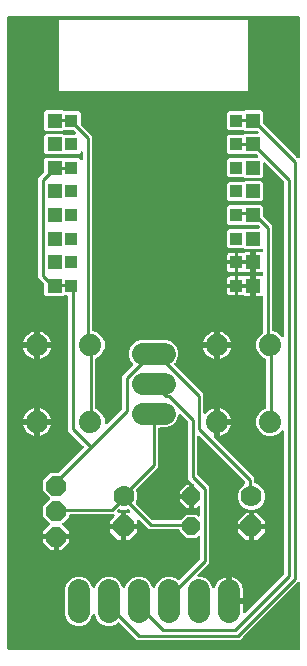
<source format=gtl>
G04 EAGLE Gerber RS-274X export*
G75*
%MOMM*%
%FSLAX34Y34*%
%LPD*%
%INTop Copper*%
%IPPOS*%
%AMOC8*
5,1,8,0,0,1.08239X$1,22.5*%
G01*
%ADD10P,1.583577X8X112.500000*%
%ADD11C,1.778000*%
%ADD12P,1.924489X8X292.500000*%
%ADD13C,1.828800*%
%ADD14P,1.814519X8X112.500000*%
%ADD15R,1.200000X1.200000*%
%ADD16R,1.220000X1.200000*%
%ADD17R,1.108000X1.108000*%
%ADD18C,1.879600*%
%ADD19C,0.254000*%

G36*
X249648Y3016D02*
X249648Y3016D01*
X249767Y3023D01*
X249805Y3036D01*
X249846Y3041D01*
X249956Y3084D01*
X250069Y3121D01*
X250104Y3143D01*
X250141Y3158D01*
X250237Y3227D01*
X250338Y3291D01*
X250366Y3321D01*
X250399Y3344D01*
X250475Y3436D01*
X250556Y3523D01*
X250576Y3558D01*
X250601Y3589D01*
X250652Y3697D01*
X250710Y3801D01*
X250720Y3841D01*
X250737Y3877D01*
X250759Y3994D01*
X250789Y4109D01*
X250793Y4169D01*
X250797Y4189D01*
X250795Y4210D01*
X250799Y4270D01*
X250799Y59466D01*
X250782Y59603D01*
X250769Y59742D01*
X250762Y59761D01*
X250759Y59781D01*
X250708Y59910D01*
X250661Y60041D01*
X250650Y60058D01*
X250642Y60077D01*
X250561Y60189D01*
X250483Y60305D01*
X250467Y60318D01*
X250456Y60334D01*
X250349Y60423D01*
X250244Y60515D01*
X250226Y60524D01*
X250211Y60537D01*
X250085Y60596D01*
X249961Y60660D01*
X249941Y60664D01*
X249923Y60673D01*
X249787Y60699D01*
X249651Y60729D01*
X249630Y60729D01*
X249611Y60733D01*
X249472Y60724D01*
X249333Y60720D01*
X249313Y60714D01*
X249293Y60713D01*
X249161Y60670D01*
X249027Y60631D01*
X249010Y60621D01*
X248991Y60615D01*
X248873Y60540D01*
X248753Y60470D01*
X248732Y60451D01*
X248722Y60445D01*
X248708Y60430D01*
X248633Y60363D01*
X202302Y14033D01*
X199698Y11429D01*
X112722Y11429D01*
X98032Y26119D01*
X97938Y26192D01*
X97849Y26270D01*
X97813Y26289D01*
X97781Y26314D01*
X97672Y26361D01*
X97566Y26415D01*
X97526Y26424D01*
X97489Y26440D01*
X97371Y26459D01*
X97255Y26485D01*
X97215Y26483D01*
X97175Y26490D01*
X97056Y26479D01*
X96938Y26475D01*
X96899Y26464D01*
X96858Y26460D01*
X96746Y26420D01*
X96632Y26387D01*
X96597Y26366D01*
X96559Y26352D01*
X96461Y26285D01*
X96358Y26225D01*
X96313Y26185D01*
X96296Y26174D01*
X96282Y26158D01*
X96237Y26119D01*
X95519Y25400D01*
X91224Y23621D01*
X86576Y23621D01*
X82281Y25400D01*
X78994Y28687D01*
X77373Y32602D01*
X77304Y32722D01*
X77239Y32845D01*
X77225Y32860D01*
X77215Y32878D01*
X77118Y32978D01*
X77025Y33081D01*
X77008Y33092D01*
X76994Y33106D01*
X76876Y33179D01*
X76759Y33256D01*
X76740Y33262D01*
X76723Y33273D01*
X76590Y33314D01*
X76458Y33359D01*
X76438Y33360D01*
X76419Y33366D01*
X76280Y33373D01*
X76141Y33384D01*
X76121Y33381D01*
X76101Y33381D01*
X75965Y33353D01*
X75828Y33330D01*
X75810Y33321D01*
X75790Y33317D01*
X75664Y33256D01*
X75538Y33199D01*
X75522Y33186D01*
X75504Y33177D01*
X75398Y33087D01*
X75290Y33000D01*
X75277Y32984D01*
X75262Y32971D01*
X75182Y32857D01*
X75098Y32746D01*
X75086Y32721D01*
X75079Y32711D01*
X75072Y32692D01*
X75027Y32602D01*
X73406Y28687D01*
X70119Y25400D01*
X65824Y23621D01*
X61176Y23621D01*
X56881Y25400D01*
X53594Y28687D01*
X51815Y32982D01*
X51815Y55918D01*
X53594Y60213D01*
X56881Y63500D01*
X61176Y65279D01*
X65824Y65279D01*
X70119Y63500D01*
X73406Y60213D01*
X75027Y56298D01*
X75096Y56177D01*
X75161Y56055D01*
X75175Y56040D01*
X75185Y56022D01*
X75282Y55922D01*
X75375Y55819D01*
X75392Y55808D01*
X75406Y55793D01*
X75525Y55721D01*
X75641Y55644D01*
X75660Y55638D01*
X75677Y55627D01*
X75810Y55586D01*
X75942Y55541D01*
X75962Y55540D01*
X75981Y55534D01*
X76120Y55527D01*
X76259Y55516D01*
X76279Y55519D01*
X76299Y55519D01*
X76435Y55547D01*
X76572Y55570D01*
X76591Y55579D01*
X76610Y55583D01*
X76736Y55644D01*
X76862Y55701D01*
X76878Y55714D01*
X76896Y55723D01*
X77002Y55813D01*
X77110Y55900D01*
X77123Y55916D01*
X77138Y55929D01*
X77218Y56043D01*
X77302Y56154D01*
X77314Y56179D01*
X77321Y56189D01*
X77328Y56208D01*
X77373Y56298D01*
X78994Y60213D01*
X82281Y63500D01*
X86576Y65279D01*
X91224Y65279D01*
X95519Y63500D01*
X98806Y60213D01*
X100427Y56298D01*
X100496Y56177D01*
X100561Y56055D01*
X100575Y56040D01*
X100585Y56022D01*
X100682Y55922D01*
X100775Y55819D01*
X100792Y55808D01*
X100806Y55793D01*
X100925Y55721D01*
X101041Y55644D01*
X101060Y55638D01*
X101077Y55627D01*
X101210Y55586D01*
X101342Y55541D01*
X101362Y55540D01*
X101381Y55534D01*
X101520Y55527D01*
X101659Y55516D01*
X101679Y55519D01*
X101699Y55519D01*
X101835Y55547D01*
X101972Y55570D01*
X101991Y55579D01*
X102010Y55583D01*
X102136Y55644D01*
X102262Y55701D01*
X102278Y55714D01*
X102296Y55723D01*
X102402Y55813D01*
X102510Y55900D01*
X102523Y55916D01*
X102538Y55929D01*
X102618Y56043D01*
X102702Y56154D01*
X102714Y56179D01*
X102721Y56189D01*
X102728Y56208D01*
X102773Y56298D01*
X104394Y60213D01*
X107681Y63500D01*
X111976Y65279D01*
X116624Y65279D01*
X120919Y63500D01*
X124206Y60213D01*
X125827Y56298D01*
X125896Y56177D01*
X125961Y56055D01*
X125975Y56040D01*
X125985Y56022D01*
X126082Y55922D01*
X126175Y55819D01*
X126192Y55808D01*
X126206Y55793D01*
X126325Y55721D01*
X126441Y55644D01*
X126460Y55638D01*
X126477Y55627D01*
X126610Y55586D01*
X126742Y55541D01*
X126762Y55540D01*
X126781Y55534D01*
X126920Y55527D01*
X127059Y55516D01*
X127079Y55519D01*
X127099Y55519D01*
X127235Y55547D01*
X127372Y55570D01*
X127391Y55579D01*
X127410Y55583D01*
X127536Y55644D01*
X127662Y55701D01*
X127678Y55714D01*
X127696Y55723D01*
X127802Y55813D01*
X127910Y55900D01*
X127923Y55916D01*
X127938Y55929D01*
X128018Y56043D01*
X128102Y56154D01*
X128114Y56179D01*
X128121Y56189D01*
X128128Y56208D01*
X128173Y56298D01*
X129794Y60213D01*
X133081Y63500D01*
X137376Y65279D01*
X142024Y65279D01*
X146319Y63500D01*
X147037Y62781D01*
X147131Y62709D01*
X147221Y62630D01*
X147257Y62611D01*
X147289Y62587D01*
X147398Y62539D01*
X147504Y62485D01*
X147543Y62476D01*
X147580Y62460D01*
X147698Y62441D01*
X147814Y62415D01*
X147854Y62417D01*
X147894Y62410D01*
X148013Y62421D01*
X148132Y62425D01*
X148171Y62436D01*
X148211Y62440D01*
X148323Y62480D01*
X148437Y62513D01*
X148472Y62534D01*
X148510Y62548D01*
X148609Y62615D01*
X148711Y62675D01*
X148757Y62715D01*
X148774Y62726D01*
X148787Y62742D01*
X148832Y62781D01*
X165998Y79947D01*
X166058Y80025D01*
X166126Y80097D01*
X166155Y80150D01*
X166192Y80198D01*
X166232Y80289D01*
X166280Y80376D01*
X166295Y80434D01*
X166319Y80490D01*
X166334Y80588D01*
X166359Y80684D01*
X166365Y80784D01*
X166369Y80804D01*
X166367Y80816D01*
X166369Y80844D01*
X166369Y98567D01*
X166352Y98704D01*
X166339Y98843D01*
X166332Y98862D01*
X166329Y98882D01*
X166278Y99011D01*
X166231Y99142D01*
X166220Y99159D01*
X166212Y99178D01*
X166131Y99290D01*
X166053Y99405D01*
X166037Y99419D01*
X166026Y99435D01*
X165918Y99524D01*
X165814Y99616D01*
X165796Y99625D01*
X165781Y99638D01*
X165655Y99697D01*
X165531Y99761D01*
X165511Y99765D01*
X165493Y99774D01*
X165356Y99800D01*
X165221Y99830D01*
X165200Y99830D01*
X165181Y99833D01*
X165042Y99825D01*
X164903Y99821D01*
X164883Y99815D01*
X164863Y99814D01*
X164731Y99771D01*
X164597Y99732D01*
X164580Y99722D01*
X164561Y99716D01*
X164443Y99641D01*
X164323Y99571D01*
X164302Y99552D01*
X164292Y99545D01*
X164278Y99530D01*
X164203Y99464D01*
X162832Y98094D01*
X154668Y98094D01*
X148894Y103868D01*
X148894Y104140D01*
X148879Y104258D01*
X148872Y104377D01*
X148859Y104415D01*
X148854Y104456D01*
X148810Y104566D01*
X148774Y104679D01*
X148752Y104714D01*
X148737Y104751D01*
X148667Y104847D01*
X148604Y104948D01*
X148574Y104976D01*
X148550Y105009D01*
X148459Y105085D01*
X148372Y105166D01*
X148337Y105186D01*
X148305Y105211D01*
X148198Y105262D01*
X148093Y105320D01*
X148054Y105330D01*
X148018Y105347D01*
X147901Y105369D01*
X147786Y105399D01*
X147725Y105403D01*
X147705Y105407D01*
X147685Y105405D01*
X147625Y105409D01*
X122882Y105409D01*
X115197Y113093D01*
X115105Y113165D01*
X115087Y113182D01*
X115076Y113188D01*
X114981Y113267D01*
X114962Y113276D01*
X114946Y113288D01*
X114818Y113344D01*
X114693Y113403D01*
X114673Y113407D01*
X114654Y113415D01*
X114516Y113437D01*
X114380Y113463D01*
X114360Y113461D01*
X114340Y113464D01*
X114201Y113451D01*
X114063Y113443D01*
X114044Y113437D01*
X114024Y113435D01*
X113892Y113387D01*
X113761Y113345D01*
X113743Y113334D01*
X113724Y113327D01*
X113609Y113249D01*
X113492Y113175D01*
X113478Y113160D01*
X113461Y113148D01*
X113369Y113044D01*
X113274Y112943D01*
X113264Y112925D01*
X113251Y112910D01*
X113187Y112786D01*
X113120Y112664D01*
X113115Y112645D01*
X113106Y112627D01*
X113076Y112491D01*
X113041Y112357D01*
X113039Y112328D01*
X113036Y112317D01*
X113037Y112296D01*
X113033Y112237D01*
X113033Y112236D01*
X113031Y112196D01*
X113031Y109981D01*
X103631Y109981D01*
X103631Y119381D01*
X105846Y119381D01*
X105983Y119398D01*
X106122Y119411D01*
X106141Y119418D01*
X106161Y119421D01*
X106290Y119472D01*
X106422Y119519D01*
X106438Y119530D01*
X106457Y119538D01*
X106569Y119619D01*
X106685Y119697D01*
X106698Y119713D01*
X106714Y119724D01*
X106803Y119832D01*
X106895Y119936D01*
X106904Y119954D01*
X106917Y119969D01*
X106976Y120095D01*
X107040Y120219D01*
X107044Y120239D01*
X107053Y120257D01*
X107079Y120393D01*
X107109Y120529D01*
X107109Y120550D01*
X107113Y120569D01*
X107104Y120708D01*
X107100Y120847D01*
X107094Y120867D01*
X107093Y120887D01*
X107050Y121019D01*
X107011Y121153D01*
X107001Y121170D01*
X106995Y121189D01*
X106920Y121307D01*
X106850Y121427D01*
X106831Y121448D01*
X106825Y121458D01*
X106810Y121472D01*
X106743Y121547D01*
X106240Y122051D01*
X106216Y122069D01*
X106197Y122092D01*
X106091Y122166D01*
X105988Y122246D01*
X105961Y122258D01*
X105937Y122275D01*
X105816Y122321D01*
X105697Y122372D01*
X105667Y122377D01*
X105640Y122388D01*
X105511Y122402D01*
X105382Y122422D01*
X105353Y122420D01*
X105324Y122423D01*
X105195Y122405D01*
X105066Y122393D01*
X105038Y122383D01*
X105009Y122378D01*
X104856Y122326D01*
X103874Y121919D01*
X99326Y121919D01*
X98344Y122326D01*
X98315Y122334D01*
X98289Y122348D01*
X98162Y122376D01*
X98037Y122410D01*
X98007Y122411D01*
X97979Y122417D01*
X97849Y122413D01*
X97719Y122415D01*
X97690Y122408D01*
X97661Y122408D01*
X97536Y122371D01*
X97410Y122341D01*
X97383Y122327D01*
X97355Y122319D01*
X97243Y122253D01*
X97128Y122192D01*
X97107Y122173D01*
X97081Y122158D01*
X96960Y122051D01*
X96457Y121547D01*
X96371Y121438D01*
X96283Y121331D01*
X96274Y121312D01*
X96262Y121296D01*
X96206Y121168D01*
X96147Y121043D01*
X96143Y121023D01*
X96135Y121004D01*
X96113Y120866D01*
X96087Y120730D01*
X96089Y120710D01*
X96086Y120690D01*
X96099Y120551D01*
X96107Y120413D01*
X96113Y120394D01*
X96115Y120374D01*
X96163Y120242D01*
X96205Y120111D01*
X96216Y120093D01*
X96223Y120074D01*
X96301Y119959D01*
X96375Y119842D01*
X96390Y119828D01*
X96402Y119811D01*
X96506Y119719D01*
X96607Y119624D01*
X96625Y119614D01*
X96640Y119601D01*
X96764Y119537D01*
X96886Y119470D01*
X96905Y119465D01*
X96923Y119456D01*
X97059Y119426D01*
X97193Y119391D01*
X97222Y119389D01*
X97233Y119386D01*
X97254Y119387D01*
X97354Y119381D01*
X99569Y119381D01*
X99569Y109981D01*
X90169Y109981D01*
X90169Y112685D01*
X93427Y115943D01*
X93512Y116052D01*
X93601Y116159D01*
X93610Y116178D01*
X93622Y116194D01*
X93677Y116322D01*
X93736Y116447D01*
X93740Y116467D01*
X93748Y116486D01*
X93770Y116624D01*
X93796Y116760D01*
X93795Y116780D01*
X93798Y116800D01*
X93785Y116939D01*
X93777Y117077D01*
X93770Y117096D01*
X93768Y117116D01*
X93721Y117248D01*
X93678Y117379D01*
X93668Y117397D01*
X93661Y117416D01*
X93583Y117531D01*
X93508Y117648D01*
X93494Y117662D01*
X93482Y117679D01*
X93378Y117771D01*
X93277Y117866D01*
X93259Y117876D01*
X93244Y117889D01*
X93120Y117953D01*
X92998Y118020D01*
X92979Y118025D01*
X92961Y118034D01*
X92825Y118064D01*
X92690Y118099D01*
X92662Y118101D01*
X92650Y118104D01*
X92630Y118103D01*
X92530Y118109D01*
X56642Y118109D01*
X56524Y118094D01*
X56405Y118087D01*
X56367Y118074D01*
X56326Y118069D01*
X56216Y118026D01*
X56103Y117989D01*
X56068Y117967D01*
X56031Y117952D01*
X55935Y117883D01*
X55834Y117819D01*
X55806Y117789D01*
X55773Y117766D01*
X55697Y117674D01*
X55616Y117587D01*
X55596Y117552D01*
X55571Y117521D01*
X55520Y117413D01*
X55462Y117309D01*
X55452Y117269D01*
X55435Y117233D01*
X55413Y117116D01*
X55383Y117001D01*
X55379Y116941D01*
X55375Y116921D01*
X55377Y116900D01*
X55373Y116840D01*
X55373Y116126D01*
X50000Y110753D01*
X49926Y110658D01*
X49848Y110569D01*
X49829Y110533D01*
X49805Y110501D01*
X49757Y110392D01*
X49703Y110286D01*
X49694Y110247D01*
X49678Y110209D01*
X49660Y110092D01*
X49634Y109976D01*
X49635Y109935D01*
X49628Y109895D01*
X49640Y109777D01*
X49643Y109658D01*
X49654Y109619D01*
X49658Y109579D01*
X49699Y109466D01*
X49732Y109352D01*
X49752Y109318D01*
X49766Y109279D01*
X49833Y109181D01*
X49893Y109078D01*
X49933Y109033D01*
X49944Y109016D01*
X49960Y109003D01*
X50000Y108958D01*
X55373Y103584D01*
X55373Y101091D01*
X45212Y101091D01*
X45094Y101076D01*
X44975Y101069D01*
X44937Y101056D01*
X44897Y101051D01*
X44786Y101008D01*
X44673Y100971D01*
X44639Y100949D01*
X44601Y100934D01*
X44505Y100865D01*
X44453Y100831D01*
X44435Y100848D01*
X44400Y100868D01*
X44368Y100893D01*
X44261Y100944D01*
X44156Y101002D01*
X44117Y101012D01*
X44081Y101029D01*
X43964Y101051D01*
X43848Y101081D01*
X43788Y101085D01*
X43768Y101089D01*
X43748Y101087D01*
X43688Y101091D01*
X33527Y101091D01*
X33527Y103584D01*
X38900Y108958D01*
X38974Y109052D01*
X39052Y109141D01*
X39071Y109177D01*
X39095Y109209D01*
X39143Y109318D01*
X39197Y109424D01*
X39206Y109463D01*
X39222Y109501D01*
X39240Y109618D01*
X39266Y109734D01*
X39265Y109775D01*
X39272Y109815D01*
X39260Y109933D01*
X39257Y110052D01*
X39246Y110091D01*
X39242Y110131D01*
X39201Y110244D01*
X39168Y110358D01*
X39148Y110393D01*
X39134Y110431D01*
X39067Y110529D01*
X39007Y110632D01*
X38967Y110677D01*
X38956Y110694D01*
X38940Y110707D01*
X38900Y110753D01*
X33527Y116126D01*
X33527Y125174D01*
X38900Y130547D01*
X38974Y130642D01*
X39052Y130731D01*
X39071Y130767D01*
X39095Y130799D01*
X39143Y130908D01*
X39197Y131014D01*
X39206Y131053D01*
X39222Y131091D01*
X39240Y131208D01*
X39266Y131324D01*
X39265Y131365D01*
X39272Y131405D01*
X39260Y131523D01*
X39257Y131642D01*
X39246Y131681D01*
X39242Y131721D01*
X39201Y131834D01*
X39168Y131948D01*
X39148Y131982D01*
X39134Y132021D01*
X39067Y132119D01*
X39007Y132222D01*
X38967Y132267D01*
X38956Y132284D01*
X38940Y132297D01*
X38900Y132342D01*
X33527Y137716D01*
X33527Y146764D01*
X39926Y153163D01*
X45648Y153163D01*
X45746Y153175D01*
X45845Y153178D01*
X45903Y153195D01*
X45963Y153203D01*
X46055Y153239D01*
X46151Y153267D01*
X46203Y153297D01*
X46259Y153320D01*
X46339Y153378D01*
X46424Y153428D01*
X46500Y153494D01*
X46516Y153506D01*
X46524Y153516D01*
X46545Y153534D01*
X67373Y174362D01*
X67446Y174457D01*
X67525Y174546D01*
X67543Y174582D01*
X67568Y174614D01*
X67616Y174723D01*
X67670Y174829D01*
X67679Y174868D01*
X67695Y174906D01*
X67713Y175023D01*
X67739Y175139D01*
X67738Y175180D01*
X67744Y175220D01*
X67733Y175338D01*
X67730Y175457D01*
X67718Y175496D01*
X67715Y175536D01*
X67674Y175649D01*
X67641Y175763D01*
X67621Y175797D01*
X67607Y175836D01*
X67540Y175934D01*
X67480Y176037D01*
X67440Y176082D01*
X67428Y176099D01*
X67413Y176112D01*
X67373Y176157D01*
X54609Y188922D01*
X54609Y302050D01*
X54594Y302168D01*
X54587Y302287D01*
X54574Y302325D01*
X54569Y302366D01*
X54526Y302476D01*
X54489Y302589D01*
X54467Y302624D01*
X54452Y302661D01*
X54383Y302757D01*
X54319Y302858D01*
X54289Y302886D01*
X54266Y302919D01*
X54174Y302995D01*
X54087Y303076D01*
X54052Y303096D01*
X54021Y303121D01*
X53913Y303172D01*
X53809Y303230D01*
X53769Y303240D01*
X53733Y303257D01*
X53616Y303279D01*
X53501Y303309D01*
X53441Y303313D01*
X53421Y303317D01*
X53400Y303315D01*
X53340Y303319D01*
X51038Y303319D01*
X50940Y303307D01*
X50841Y303304D01*
X50783Y303287D01*
X50723Y303279D01*
X50631Y303243D01*
X50535Y303215D01*
X50483Y303185D01*
X50427Y303162D01*
X50347Y303104D01*
X50261Y303054D01*
X50186Y302988D01*
X50170Y302976D01*
X50162Y302966D01*
X50141Y302947D01*
X50052Y302859D01*
X35948Y302859D01*
X34459Y304348D01*
X34459Y312686D01*
X34447Y312784D01*
X34444Y312883D01*
X34427Y312941D01*
X34419Y313001D01*
X34383Y313093D01*
X34355Y313189D01*
X34327Y313236D01*
X34327Y313237D01*
X34325Y313241D01*
X34302Y313297D01*
X34244Y313377D01*
X34194Y313462D01*
X34160Y313501D01*
X34157Y313506D01*
X34150Y313512D01*
X34128Y313538D01*
X34116Y313554D01*
X34106Y313562D01*
X34088Y313583D01*
X29209Y318462D01*
X29209Y402898D01*
X34088Y407777D01*
X34148Y407855D01*
X34216Y407927D01*
X34245Y407980D01*
X34282Y408028D01*
X34322Y408119D01*
X34370Y408206D01*
X34385Y408264D01*
X34409Y408320D01*
X34424Y408418D01*
X34449Y408514D01*
X34455Y408614D01*
X34459Y408634D01*
X34457Y408646D01*
X34459Y408674D01*
X34459Y418452D01*
X35948Y419941D01*
X50052Y419941D01*
X50141Y419853D01*
X50219Y419792D01*
X50291Y419724D01*
X50344Y419695D01*
X50392Y419658D01*
X50483Y419618D01*
X50570Y419570D01*
X50628Y419555D01*
X50684Y419531D01*
X50782Y419516D01*
X50877Y419491D01*
X50977Y419485D01*
X50998Y419481D01*
X51010Y419483D01*
X51038Y419481D01*
X63592Y419481D01*
X65143Y417931D01*
X65252Y417845D01*
X65359Y417757D01*
X65378Y417748D01*
X65394Y417736D01*
X65522Y417680D01*
X65647Y417621D01*
X65667Y417617D01*
X65686Y417609D01*
X65824Y417587D01*
X65960Y417561D01*
X65980Y417563D01*
X66000Y417559D01*
X66139Y417573D01*
X66277Y417581D01*
X66296Y417587D01*
X66316Y417589D01*
X66448Y417636D01*
X66579Y417679D01*
X66597Y417690D01*
X66616Y417697D01*
X66731Y417775D01*
X66848Y417849D01*
X66862Y417864D01*
X66879Y417875D01*
X66971Y417980D01*
X67066Y418081D01*
X67076Y418099D01*
X67089Y418114D01*
X67153Y418238D01*
X67220Y418359D01*
X67225Y418379D01*
X67234Y418397D01*
X67264Y418533D01*
X67299Y418667D01*
X67301Y418695D01*
X67304Y418707D01*
X67303Y418728D01*
X67309Y418828D01*
X67309Y423972D01*
X67292Y424109D01*
X67279Y424248D01*
X67272Y424267D01*
X67269Y424287D01*
X67218Y424416D01*
X67171Y424548D01*
X67160Y424564D01*
X67152Y424583D01*
X67071Y424696D01*
X66993Y424811D01*
X66977Y424824D01*
X66966Y424840D01*
X66858Y424929D01*
X66754Y425021D01*
X66736Y425030D01*
X66721Y425043D01*
X66595Y425103D01*
X66471Y425166D01*
X66451Y425170D01*
X66433Y425179D01*
X66296Y425205D01*
X66161Y425235D01*
X66140Y425235D01*
X66121Y425239D01*
X65982Y425230D01*
X65843Y425226D01*
X65823Y425220D01*
X65803Y425219D01*
X65671Y425176D01*
X65537Y425137D01*
X65520Y425127D01*
X65501Y425121D01*
X65383Y425046D01*
X65263Y424976D01*
X65242Y424957D01*
X65232Y424951D01*
X65218Y424936D01*
X65143Y424869D01*
X63592Y423319D01*
X51038Y423319D01*
X50940Y423307D01*
X50841Y423304D01*
X50783Y423287D01*
X50723Y423279D01*
X50631Y423243D01*
X50535Y423215D01*
X50483Y423185D01*
X50427Y423162D01*
X50347Y423104D01*
X50261Y423054D01*
X50186Y422988D01*
X50170Y422976D01*
X50162Y422966D01*
X50141Y422947D01*
X50052Y422859D01*
X35948Y422859D01*
X34459Y424348D01*
X34459Y438452D01*
X35948Y439941D01*
X50052Y439941D01*
X50141Y439853D01*
X50219Y439792D01*
X50291Y439724D01*
X50344Y439695D01*
X50392Y439658D01*
X50483Y439618D01*
X50570Y439570D01*
X50628Y439555D01*
X50684Y439531D01*
X50782Y439516D01*
X50877Y439491D01*
X50977Y439485D01*
X50998Y439481D01*
X51010Y439483D01*
X51038Y439481D01*
X60066Y439481D01*
X60204Y439498D01*
X60342Y439511D01*
X60361Y439518D01*
X60381Y439521D01*
X60510Y439572D01*
X60642Y439619D01*
X60658Y439630D01*
X60677Y439638D01*
X60789Y439719D01*
X60905Y439797D01*
X60918Y439813D01*
X60934Y439824D01*
X61023Y439932D01*
X61115Y440036D01*
X61124Y440054D01*
X61137Y440069D01*
X61196Y440195D01*
X61260Y440319D01*
X61264Y440339D01*
X61273Y440357D01*
X61299Y440494D01*
X61329Y440629D01*
X61329Y440650D01*
X61333Y440669D01*
X61324Y440808D01*
X61320Y440947D01*
X61314Y440967D01*
X61313Y440987D01*
X61270Y441119D01*
X61231Y441253D01*
X61221Y441270D01*
X61215Y441289D01*
X61140Y441407D01*
X61070Y441527D01*
X61051Y441548D01*
X61045Y441558D01*
X61030Y441572D01*
X60963Y441647D01*
X59663Y442948D01*
X59585Y443008D01*
X59513Y443076D01*
X59460Y443105D01*
X59412Y443142D01*
X59321Y443182D01*
X59234Y443230D01*
X59176Y443245D01*
X59120Y443269D01*
X59022Y443284D01*
X58926Y443309D01*
X58826Y443315D01*
X58806Y443319D01*
X58794Y443317D01*
X58766Y443319D01*
X51038Y443319D01*
X50940Y443307D01*
X50841Y443304D01*
X50783Y443287D01*
X50723Y443279D01*
X50631Y443243D01*
X50535Y443215D01*
X50483Y443185D01*
X50427Y443162D01*
X50347Y443104D01*
X50261Y443054D01*
X50186Y442988D01*
X50170Y442976D01*
X50162Y442966D01*
X50141Y442947D01*
X50052Y442859D01*
X35948Y442859D01*
X34459Y444348D01*
X34459Y458452D01*
X35948Y459941D01*
X50052Y459941D01*
X50141Y459853D01*
X50219Y459792D01*
X50291Y459724D01*
X50344Y459695D01*
X50392Y459658D01*
X50483Y459618D01*
X50570Y459570D01*
X50628Y459555D01*
X50684Y459531D01*
X50782Y459516D01*
X50877Y459491D01*
X50977Y459485D01*
X50998Y459481D01*
X51010Y459483D01*
X51038Y459481D01*
X63592Y459481D01*
X65081Y457992D01*
X65081Y448834D01*
X65093Y448736D01*
X65096Y448637D01*
X65113Y448579D01*
X65121Y448519D01*
X65157Y448427D01*
X65185Y448331D01*
X65215Y448279D01*
X65238Y448223D01*
X65296Y448143D01*
X65346Y448058D01*
X65412Y447982D01*
X65424Y447966D01*
X65434Y447958D01*
X65452Y447937D01*
X74931Y438458D01*
X74931Y274251D01*
X74934Y274222D01*
X74932Y274192D01*
X74954Y274064D01*
X74971Y273935D01*
X74981Y273908D01*
X74986Y273879D01*
X75040Y273760D01*
X75088Y273640D01*
X75105Y273616D01*
X75117Y273589D01*
X75198Y273487D01*
X75274Y273382D01*
X75297Y273364D01*
X75316Y273340D01*
X75419Y273262D01*
X75519Y273180D01*
X75546Y273167D01*
X75570Y273149D01*
X75714Y273078D01*
X80169Y271233D01*
X83527Y267875D01*
X85345Y263487D01*
X85345Y258737D01*
X83527Y254349D01*
X80169Y250991D01*
X78254Y250198D01*
X78229Y250183D01*
X78201Y250174D01*
X78091Y250105D01*
X77978Y250040D01*
X77957Y250020D01*
X77932Y250004D01*
X77843Y249909D01*
X77750Y249819D01*
X77734Y249794D01*
X77714Y249772D01*
X77651Y249659D01*
X77583Y249548D01*
X77575Y249520D01*
X77560Y249494D01*
X77528Y249368D01*
X77490Y249244D01*
X77488Y249214D01*
X77481Y249186D01*
X77471Y249025D01*
X77471Y208175D01*
X77474Y208146D01*
X77472Y208116D01*
X77494Y207988D01*
X77511Y207859D01*
X77521Y207832D01*
X77526Y207803D01*
X77580Y207684D01*
X77628Y207564D01*
X77645Y207540D01*
X77657Y207513D01*
X77738Y207411D01*
X77814Y207306D01*
X77837Y207287D01*
X77856Y207264D01*
X77959Y207186D01*
X78059Y207103D01*
X78086Y207091D01*
X78110Y207073D01*
X78254Y207002D01*
X80169Y206209D01*
X83527Y202851D01*
X85345Y198463D01*
X85345Y195398D01*
X85362Y195261D01*
X85375Y195122D01*
X85382Y195103D01*
X85385Y195083D01*
X85436Y194954D01*
X85483Y194823D01*
X85494Y194806D01*
X85502Y194787D01*
X85583Y194675D01*
X85661Y194559D01*
X85677Y194546D01*
X85688Y194530D01*
X85796Y194441D01*
X85900Y194349D01*
X85918Y194340D01*
X85933Y194327D01*
X86059Y194268D01*
X86183Y194204D01*
X86203Y194200D01*
X86221Y194191D01*
X86357Y194165D01*
X86493Y194135D01*
X86514Y194135D01*
X86533Y194131D01*
X86672Y194140D01*
X86811Y194144D01*
X86831Y194150D01*
X86851Y194151D01*
X86983Y194194D01*
X87117Y194233D01*
X87134Y194243D01*
X87153Y194249D01*
X87271Y194324D01*
X87391Y194394D01*
X87412Y194413D01*
X87422Y194419D01*
X87436Y194434D01*
X87511Y194501D01*
X99958Y206947D01*
X100018Y207025D01*
X100086Y207097D01*
X100115Y207150D01*
X100152Y207198D01*
X100192Y207289D01*
X100240Y207376D01*
X100255Y207434D01*
X100279Y207490D01*
X100294Y207588D01*
X100319Y207684D01*
X100325Y207784D01*
X100329Y207804D01*
X100327Y207816D01*
X100329Y207844D01*
X100329Y235258D01*
X109304Y244233D01*
X109377Y244327D01*
X109455Y244416D01*
X109474Y244452D01*
X109499Y244484D01*
X109546Y244593D01*
X109600Y244699D01*
X109609Y244739D01*
X109625Y244776D01*
X109644Y244894D01*
X109670Y245010D01*
X109668Y245050D01*
X109675Y245090D01*
X109664Y245209D01*
X109660Y245327D01*
X109649Y245366D01*
X109645Y245407D01*
X109605Y245519D01*
X109572Y245633D01*
X109551Y245668D01*
X109537Y245706D01*
X109470Y245804D01*
X109410Y245907D01*
X109370Y245952D01*
X109359Y245969D01*
X109343Y245982D01*
X109304Y246028D01*
X107950Y247381D01*
X106171Y251676D01*
X106171Y256324D01*
X107950Y260619D01*
X111237Y263906D01*
X115532Y265685D01*
X138468Y265685D01*
X142763Y263906D01*
X146050Y260619D01*
X147829Y256324D01*
X147829Y251676D01*
X146050Y247381D01*
X144696Y246028D01*
X144624Y245934D01*
X144545Y245844D01*
X144526Y245808D01*
X144502Y245776D01*
X144454Y245667D01*
X144400Y245561D01*
X144391Y245522D01*
X144375Y245485D01*
X144356Y245367D01*
X144330Y245251D01*
X144332Y245211D01*
X144325Y245171D01*
X144336Y245052D01*
X144340Y244933D01*
X144351Y244894D01*
X144355Y244854D01*
X144395Y244742D01*
X144428Y244628D01*
X144449Y244593D01*
X144463Y244555D01*
X144530Y244456D01*
X144590Y244354D01*
X144630Y244308D01*
X144641Y244291D01*
X144657Y244278D01*
X144696Y244233D01*
X168911Y220018D01*
X168911Y204225D01*
X168921Y204146D01*
X168921Y204066D01*
X168941Y203989D01*
X168951Y203910D01*
X168980Y203835D01*
X169000Y203758D01*
X169038Y203688D01*
X169068Y203614D01*
X169114Y203549D01*
X169153Y203479D01*
X169207Y203421D01*
X169254Y203356D01*
X169316Y203306D01*
X169370Y203248D01*
X169438Y203205D01*
X169499Y203154D01*
X169571Y203120D01*
X169639Y203077D01*
X169715Y203052D01*
X169787Y203018D01*
X169865Y203003D01*
X169941Y202978D01*
X170021Y202973D01*
X170099Y202958D01*
X170179Y202963D01*
X170259Y202958D01*
X170337Y202973D01*
X170417Y202978D01*
X170493Y203003D01*
X170571Y203018D01*
X170643Y203052D01*
X170719Y203076D01*
X170787Y203119D01*
X170859Y203153D01*
X170921Y203203D01*
X170988Y203246D01*
X171043Y203304D01*
X171104Y203355D01*
X171205Y203477D01*
X171206Y203478D01*
X171207Y203479D01*
X171488Y203866D01*
X172816Y205194D01*
X174337Y206299D01*
X176011Y207152D01*
X177798Y207733D01*
X178055Y207773D01*
X178055Y197358D01*
X178070Y197240D01*
X178077Y197121D01*
X178090Y197083D01*
X178095Y197043D01*
X178138Y196932D01*
X178175Y196819D01*
X178197Y196785D01*
X178212Y196747D01*
X178282Y196651D01*
X178345Y196550D01*
X178375Y196522D01*
X178398Y196490D01*
X178490Y196414D01*
X178577Y196332D01*
X178612Y196313D01*
X178643Y196287D01*
X178751Y196236D01*
X178855Y196179D01*
X178895Y196168D01*
X178931Y196151D01*
X179048Y196129D01*
X179163Y196099D01*
X179224Y196095D01*
X179244Y196091D01*
X179264Y196093D01*
X179324Y196089D01*
X180595Y196089D01*
X180595Y196087D01*
X179324Y196087D01*
X179206Y196072D01*
X179087Y196065D01*
X179049Y196052D01*
X179008Y196047D01*
X178898Y196003D01*
X178785Y195967D01*
X178750Y195945D01*
X178713Y195930D01*
X178617Y195860D01*
X178516Y195797D01*
X178488Y195767D01*
X178455Y195743D01*
X178380Y195652D01*
X178298Y195565D01*
X178278Y195530D01*
X178253Y195498D01*
X178202Y195391D01*
X178144Y195286D01*
X178134Y195247D01*
X178117Y195211D01*
X178095Y195094D01*
X178065Y194979D01*
X178061Y194918D01*
X178057Y194898D01*
X178059Y194878D01*
X178055Y194818D01*
X178055Y183460D01*
X178067Y183362D01*
X178070Y183263D01*
X178087Y183205D01*
X178095Y183145D01*
X178131Y183053D01*
X178159Y182957D01*
X178189Y182905D01*
X178212Y182849D01*
X178270Y182769D01*
X178320Y182684D01*
X178386Y182608D01*
X178398Y182592D01*
X178408Y182584D01*
X178427Y182563D01*
X212091Y148898D01*
X212091Y145518D01*
X212094Y145489D01*
X212092Y145459D01*
X212114Y145331D01*
X212131Y145203D01*
X212141Y145175D01*
X212146Y145146D01*
X212200Y145028D01*
X212248Y144907D01*
X212265Y144883D01*
X212277Y144856D01*
X212358Y144755D01*
X212434Y144650D01*
X212457Y144631D01*
X212476Y144608D01*
X212579Y144530D01*
X212679Y144447D01*
X212706Y144434D01*
X212730Y144416D01*
X212874Y144346D01*
X216025Y143041D01*
X219241Y139825D01*
X220981Y135624D01*
X220981Y131076D01*
X219241Y126875D01*
X216025Y123659D01*
X211824Y121919D01*
X207276Y121919D01*
X203075Y123659D01*
X199859Y126875D01*
X198119Y131076D01*
X198119Y135624D01*
X199859Y139825D01*
X203075Y143041D01*
X203686Y143293D01*
X203711Y143308D01*
X203739Y143317D01*
X203849Y143387D01*
X203962Y143451D01*
X203983Y143472D01*
X204008Y143487D01*
X204097Y143582D01*
X204190Y143672D01*
X204206Y143698D01*
X204226Y143719D01*
X204289Y143833D01*
X204357Y143943D01*
X204365Y143972D01*
X204380Y143997D01*
X204412Y144123D01*
X204450Y144247D01*
X204452Y144277D01*
X204459Y144305D01*
X204469Y144466D01*
X204469Y145216D01*
X204457Y145314D01*
X204454Y145413D01*
X204437Y145471D01*
X204429Y145531D01*
X204393Y145623D01*
X204365Y145719D01*
X204335Y145771D01*
X204312Y145827D01*
X204254Y145907D01*
X204204Y145992D01*
X204138Y146068D01*
X204126Y146084D01*
X204116Y146092D01*
X204098Y146113D01*
X165997Y184213D01*
X165888Y184299D01*
X165781Y184387D01*
X165762Y184396D01*
X165746Y184408D01*
X165618Y184464D01*
X165493Y184523D01*
X165473Y184527D01*
X165454Y184535D01*
X165316Y184557D01*
X165180Y184583D01*
X165160Y184581D01*
X165140Y184584D01*
X165001Y184571D01*
X164863Y184563D01*
X164844Y184557D01*
X164824Y184555D01*
X164692Y184507D01*
X164561Y184465D01*
X164543Y184454D01*
X164524Y184447D01*
X164409Y184369D01*
X164292Y184295D01*
X164278Y184280D01*
X164261Y184268D01*
X164169Y184164D01*
X164074Y184063D01*
X164064Y184045D01*
X164051Y184030D01*
X163987Y183906D01*
X163920Y183784D01*
X163915Y183765D01*
X163906Y183747D01*
X163876Y183611D01*
X163841Y183477D01*
X163839Y183448D01*
X163836Y183437D01*
X163837Y183416D01*
X163831Y183316D01*
X163831Y151964D01*
X163843Y151866D01*
X163846Y151767D01*
X163863Y151709D01*
X163871Y151649D01*
X163907Y151557D01*
X163935Y151461D01*
X163965Y151409D01*
X163988Y151353D01*
X164046Y151273D01*
X164096Y151188D01*
X164162Y151112D01*
X164174Y151096D01*
X164184Y151088D01*
X164202Y151067D01*
X173991Y141278D01*
X173991Y77162D01*
X164275Y67445D01*
X164189Y67336D01*
X164101Y67229D01*
X164092Y67210D01*
X164080Y67194D01*
X164024Y67066D01*
X163965Y66941D01*
X163961Y66921D01*
X163953Y66902D01*
X163931Y66764D01*
X163905Y66628D01*
X163907Y66608D01*
X163904Y66588D01*
X163917Y66449D01*
X163925Y66311D01*
X163931Y66292D01*
X163933Y66272D01*
X163981Y66140D01*
X164023Y66009D01*
X164034Y65991D01*
X164041Y65972D01*
X164119Y65857D01*
X164193Y65740D01*
X164208Y65726D01*
X164220Y65709D01*
X164324Y65617D01*
X164425Y65522D01*
X164443Y65512D01*
X164458Y65499D01*
X164582Y65435D01*
X164704Y65368D01*
X164723Y65363D01*
X164741Y65354D01*
X164877Y65324D01*
X165011Y65289D01*
X165040Y65287D01*
X165051Y65284D01*
X165072Y65285D01*
X165172Y65279D01*
X167424Y65279D01*
X171719Y63500D01*
X175006Y60213D01*
X176692Y56141D01*
X176698Y56131D01*
X176702Y56119D01*
X176711Y56103D01*
X176716Y56087D01*
X176783Y55982D01*
X176850Y55865D01*
X176858Y55856D01*
X176865Y55846D01*
X176878Y55833D01*
X176887Y55819D01*
X176977Y55734D01*
X177071Y55637D01*
X177082Y55630D01*
X177090Y55622D01*
X177107Y55612D01*
X177118Y55601D01*
X177226Y55542D01*
X177342Y55470D01*
X177354Y55467D01*
X177364Y55461D01*
X177383Y55455D01*
X177397Y55448D01*
X177516Y55417D01*
X177646Y55377D01*
X177658Y55376D01*
X177670Y55373D01*
X177689Y55372D01*
X177705Y55368D01*
X177827Y55368D01*
X177964Y55362D01*
X177976Y55364D01*
X177988Y55364D01*
X178007Y55368D01*
X178023Y55368D01*
X178142Y55398D01*
X178275Y55426D01*
X178286Y55431D01*
X178298Y55434D01*
X178315Y55443D01*
X178331Y55447D01*
X178439Y55506D01*
X178561Y55566D01*
X178570Y55574D01*
X178581Y55579D01*
X178595Y55592D01*
X178610Y55600D01*
X178700Y55684D01*
X178803Y55772D01*
X178810Y55782D01*
X178819Y55790D01*
X178830Y55806D01*
X178842Y55817D01*
X178909Y55923D01*
X178986Y56032D01*
X178990Y56043D01*
X178997Y56054D01*
X179004Y56071D01*
X179013Y56086D01*
X179072Y56235D01*
X179671Y58079D01*
X180506Y59718D01*
X181587Y61206D01*
X182888Y62507D01*
X184376Y63588D01*
X186015Y64423D01*
X187764Y64991D01*
X187961Y65022D01*
X187961Y45720D01*
X187976Y45602D01*
X187983Y45483D01*
X187996Y45445D01*
X188001Y45405D01*
X188044Y45294D01*
X188081Y45181D01*
X188103Y45147D01*
X188118Y45109D01*
X188188Y45013D01*
X188251Y44912D01*
X188281Y44884D01*
X188304Y44852D01*
X188396Y44776D01*
X188483Y44694D01*
X188518Y44675D01*
X188549Y44649D01*
X188657Y44598D01*
X188761Y44541D01*
X188801Y44530D01*
X188837Y44513D01*
X188954Y44491D01*
X189069Y44461D01*
X189130Y44457D01*
X189150Y44453D01*
X189170Y44455D01*
X189230Y44451D01*
X190501Y44451D01*
X190501Y43180D01*
X190516Y43062D01*
X190523Y42943D01*
X190536Y42905D01*
X190541Y42864D01*
X190585Y42754D01*
X190621Y42641D01*
X190643Y42606D01*
X190658Y42569D01*
X190728Y42473D01*
X190791Y42372D01*
X190821Y42344D01*
X190845Y42311D01*
X190936Y42236D01*
X191023Y42154D01*
X191058Y42134D01*
X191090Y42109D01*
X191197Y42058D01*
X191302Y42000D01*
X191341Y41990D01*
X191377Y41973D01*
X191494Y41951D01*
X191609Y41921D01*
X191670Y41917D01*
X191690Y41913D01*
X191710Y41915D01*
X191770Y41911D01*
X202185Y41911D01*
X202185Y35378D01*
X202202Y35241D01*
X202215Y35102D01*
X202222Y35083D01*
X202225Y35063D01*
X202276Y34934D01*
X202323Y34803D01*
X202334Y34786D01*
X202342Y34767D01*
X202423Y34655D01*
X202501Y34539D01*
X202517Y34526D01*
X202528Y34510D01*
X202636Y34421D01*
X202740Y34329D01*
X202758Y34320D01*
X202773Y34307D01*
X202899Y34248D01*
X203023Y34184D01*
X203043Y34180D01*
X203061Y34171D01*
X203197Y34145D01*
X203333Y34115D01*
X203354Y34115D01*
X203373Y34111D01*
X203512Y34120D01*
X203651Y34124D01*
X203671Y34130D01*
X203691Y34131D01*
X203823Y34174D01*
X203957Y34213D01*
X203974Y34223D01*
X203993Y34229D01*
X204111Y34304D01*
X204231Y34374D01*
X204252Y34393D01*
X204262Y34399D01*
X204276Y34414D01*
X204351Y34481D01*
X237118Y67247D01*
X237178Y67325D01*
X237246Y67397D01*
X237275Y67450D01*
X237312Y67498D01*
X237352Y67589D01*
X237400Y67676D01*
X237415Y67734D01*
X237439Y67790D01*
X237454Y67888D01*
X237479Y67984D01*
X237485Y68084D01*
X237489Y68104D01*
X237487Y68116D01*
X237489Y68144D01*
X237489Y187823D01*
X237472Y187961D01*
X237459Y188099D01*
X237452Y188119D01*
X237449Y188139D01*
X237398Y188268D01*
X237351Y188399D01*
X237340Y188416D01*
X237332Y188434D01*
X237251Y188547D01*
X237173Y188662D01*
X237157Y188675D01*
X237146Y188692D01*
X237038Y188780D01*
X236934Y188872D01*
X236916Y188882D01*
X236901Y188894D01*
X236775Y188954D01*
X236651Y189017D01*
X236631Y189021D01*
X236613Y189030D01*
X236477Y189056D01*
X236341Y189087D01*
X236320Y189086D01*
X236301Y189090D01*
X236162Y189081D01*
X236023Y189077D01*
X236003Y189071D01*
X235983Y189070D01*
X235851Y189027D01*
X235717Y188989D01*
X235700Y188978D01*
X235681Y188972D01*
X235563Y188897D01*
X235443Y188827D01*
X235422Y188808D01*
X235412Y188802D01*
X235398Y188787D01*
X235323Y188721D01*
X232569Y185967D01*
X228181Y184149D01*
X223431Y184149D01*
X219043Y185967D01*
X215685Y189325D01*
X213867Y193713D01*
X213867Y198463D01*
X215685Y202851D01*
X219043Y206209D01*
X221466Y207213D01*
X221491Y207227D01*
X221519Y207236D01*
X221629Y207306D01*
X221742Y207370D01*
X221763Y207391D01*
X221788Y207406D01*
X221877Y207501D01*
X221970Y207591D01*
X221986Y207617D01*
X222006Y207638D01*
X222069Y207752D01*
X222137Y207863D01*
X222145Y207891D01*
X222160Y207917D01*
X222192Y208042D01*
X222230Y208166D01*
X222232Y208196D01*
X222239Y208225D01*
X222249Y208385D01*
X222249Y248815D01*
X222246Y248844D01*
X222248Y248873D01*
X222226Y249002D01*
X222209Y249130D01*
X222199Y249158D01*
X222194Y249187D01*
X222140Y249305D01*
X222092Y249426D01*
X222075Y249450D01*
X222063Y249477D01*
X221982Y249578D01*
X221906Y249683D01*
X221883Y249702D01*
X221864Y249725D01*
X221761Y249803D01*
X221661Y249886D01*
X221634Y249899D01*
X221610Y249916D01*
X221466Y249987D01*
X219043Y250991D01*
X215685Y254349D01*
X213867Y258737D01*
X213867Y263487D01*
X215685Y267875D01*
X219085Y271275D01*
X219089Y271278D01*
X219202Y271342D01*
X219223Y271363D01*
X219248Y271378D01*
X219337Y271473D01*
X219430Y271563D01*
X219446Y271588D01*
X219466Y271610D01*
X219529Y271724D01*
X219597Y271834D01*
X219605Y271863D01*
X219620Y271889D01*
X219652Y272014D01*
X219690Y272138D01*
X219692Y272168D01*
X219699Y272196D01*
X219709Y272357D01*
X219709Y301841D01*
X219694Y301966D01*
X219684Y302092D01*
X219674Y302124D01*
X219669Y302157D01*
X219623Y302274D01*
X219583Y302393D01*
X219565Y302421D01*
X219552Y302453D01*
X219479Y302554D01*
X219410Y302660D01*
X219385Y302683D01*
X219366Y302710D01*
X219269Y302790D01*
X219176Y302875D01*
X219147Y302891D01*
X219121Y302913D01*
X219007Y302966D01*
X218896Y303026D01*
X218863Y303034D01*
X218833Y303048D01*
X218709Y303072D01*
X218587Y303102D01*
X218554Y303102D01*
X218521Y303108D01*
X218395Y303100D01*
X218269Y303099D01*
X218221Y303090D01*
X218203Y303088D01*
X218183Y303082D01*
X218111Y303067D01*
X217334Y302859D01*
X213539Y302859D01*
X213539Y310130D01*
X213524Y310248D01*
X213517Y310367D01*
X213504Y310405D01*
X213499Y310445D01*
X213455Y310556D01*
X213419Y310669D01*
X213397Y310704D01*
X213382Y310741D01*
X213312Y310837D01*
X213249Y310938D01*
X213219Y310966D01*
X213195Y310998D01*
X213104Y311074D01*
X213017Y311156D01*
X212982Y311175D01*
X212950Y311201D01*
X212843Y311252D01*
X212739Y311309D01*
X212699Y311320D01*
X212663Y311337D01*
X212546Y311359D01*
X212431Y311389D01*
X212370Y311393D01*
X212350Y311397D01*
X212330Y311395D01*
X212270Y311399D01*
X210999Y311399D01*
X210999Y311401D01*
X212270Y311401D01*
X212388Y311416D01*
X212507Y311423D01*
X212545Y311436D01*
X212585Y311441D01*
X212696Y311485D01*
X212809Y311521D01*
X212844Y311543D01*
X212881Y311558D01*
X212977Y311628D01*
X213078Y311691D01*
X213106Y311721D01*
X213138Y311745D01*
X213214Y311836D01*
X213296Y311923D01*
X213315Y311958D01*
X213341Y311990D01*
X213392Y312097D01*
X213449Y312201D01*
X213460Y312241D01*
X213477Y312277D01*
X213499Y312394D01*
X213529Y312509D01*
X213533Y312570D01*
X213537Y312590D01*
X213535Y312610D01*
X213535Y312611D01*
X213537Y312617D01*
X213536Y312624D01*
X213539Y312670D01*
X213539Y319941D01*
X217334Y319941D01*
X218111Y319733D01*
X218236Y319715D01*
X218360Y319692D01*
X218393Y319694D01*
X218427Y319689D01*
X218552Y319704D01*
X218677Y319712D01*
X218709Y319722D01*
X218742Y319726D01*
X218860Y319771D01*
X218979Y319810D01*
X219008Y319828D01*
X219039Y319840D01*
X219142Y319913D01*
X219248Y319980D01*
X219271Y320004D01*
X219299Y320024D01*
X219380Y320120D01*
X219466Y320211D01*
X219482Y320241D01*
X219504Y320267D01*
X219559Y320380D01*
X219620Y320490D01*
X219628Y320523D01*
X219643Y320553D01*
X219668Y320676D01*
X219699Y320798D01*
X219702Y320847D01*
X219706Y320865D01*
X219705Y320886D01*
X219709Y320959D01*
X219709Y321841D01*
X219694Y321966D01*
X219684Y322092D01*
X219674Y322124D01*
X219669Y322157D01*
X219623Y322274D01*
X219583Y322393D01*
X219565Y322421D01*
X219552Y322453D01*
X219479Y322554D01*
X219410Y322660D01*
X219385Y322683D01*
X219366Y322710D01*
X219269Y322790D01*
X219176Y322875D01*
X219147Y322891D01*
X219121Y322913D01*
X219007Y322966D01*
X218896Y323026D01*
X218863Y323034D01*
X218833Y323048D01*
X218709Y323072D01*
X218587Y323102D01*
X218554Y323102D01*
X218521Y323108D01*
X218395Y323100D01*
X218269Y323099D01*
X218221Y323090D01*
X218203Y323088D01*
X218183Y323082D01*
X218111Y323067D01*
X217334Y322859D01*
X213539Y322859D01*
X213539Y330130D01*
X213524Y330248D01*
X213517Y330367D01*
X213504Y330405D01*
X213499Y330445D01*
X213455Y330556D01*
X213419Y330669D01*
X213397Y330704D01*
X213382Y330741D01*
X213312Y330837D01*
X213249Y330938D01*
X213219Y330966D01*
X213195Y330998D01*
X213104Y331074D01*
X213017Y331156D01*
X212982Y331175D01*
X212950Y331201D01*
X212843Y331252D01*
X212739Y331309D01*
X212699Y331320D01*
X212663Y331337D01*
X212546Y331359D01*
X212431Y331389D01*
X212370Y331393D01*
X212350Y331397D01*
X212330Y331395D01*
X212270Y331399D01*
X210999Y331399D01*
X210999Y331401D01*
X212270Y331401D01*
X212388Y331416D01*
X212507Y331423D01*
X212545Y331436D01*
X212585Y331441D01*
X212696Y331485D01*
X212809Y331521D01*
X212844Y331543D01*
X212881Y331558D01*
X212977Y331628D01*
X213078Y331691D01*
X213106Y331721D01*
X213138Y331745D01*
X213214Y331836D01*
X213296Y331923D01*
X213315Y331958D01*
X213341Y331990D01*
X213392Y332097D01*
X213449Y332201D01*
X213460Y332241D01*
X213477Y332277D01*
X213499Y332394D01*
X213529Y332509D01*
X213533Y332570D01*
X213537Y332590D01*
X213535Y332610D01*
X213539Y332670D01*
X213539Y339941D01*
X217334Y339941D01*
X218111Y339733D01*
X218236Y339715D01*
X218360Y339692D01*
X218393Y339694D01*
X218427Y339689D01*
X218552Y339704D01*
X218677Y339712D01*
X218709Y339722D01*
X218742Y339726D01*
X218860Y339771D01*
X218979Y339810D01*
X219008Y339828D01*
X219039Y339840D01*
X219142Y339913D01*
X219248Y339980D01*
X219271Y340004D01*
X219299Y340024D01*
X219380Y340120D01*
X219466Y340211D01*
X219482Y340241D01*
X219504Y340267D01*
X219559Y340380D01*
X219620Y340490D01*
X219628Y340523D01*
X219643Y340553D01*
X219668Y340676D01*
X219699Y340798D01*
X219702Y340847D01*
X219706Y340865D01*
X219705Y340886D01*
X219709Y340959D01*
X219709Y341590D01*
X219694Y341708D01*
X219687Y341827D01*
X219674Y341865D01*
X219669Y341906D01*
X219626Y342016D01*
X219589Y342129D01*
X219567Y342164D01*
X219552Y342201D01*
X219483Y342297D01*
X219419Y342398D01*
X219389Y342426D01*
X219366Y342459D01*
X219274Y342535D01*
X219187Y342616D01*
X219152Y342636D01*
X219121Y342661D01*
X219013Y342712D01*
X218909Y342770D01*
X218869Y342780D01*
X218833Y342797D01*
X218716Y342819D01*
X218601Y342849D01*
X218541Y342853D01*
X218521Y342857D01*
X218500Y342855D01*
X218440Y342859D01*
X203948Y342859D01*
X203859Y342948D01*
X203781Y343008D01*
X203709Y343076D01*
X203656Y343105D01*
X203608Y343142D01*
X203517Y343182D01*
X203430Y343230D01*
X203372Y343245D01*
X203316Y343269D01*
X203218Y343284D01*
X203123Y343309D01*
X203022Y343315D01*
X203002Y343319D01*
X202990Y343317D01*
X202962Y343319D01*
X190408Y343319D01*
X188919Y344808D01*
X188919Y357992D01*
X190408Y359481D01*
X202962Y359481D01*
X203060Y359493D01*
X203159Y359496D01*
X203217Y359513D01*
X203277Y359521D01*
X203369Y359557D01*
X203465Y359585D01*
X203517Y359615D01*
X203573Y359638D01*
X203653Y359696D01*
X203738Y359746D01*
X203814Y359812D01*
X203830Y359824D01*
X203838Y359834D01*
X203859Y359852D01*
X203948Y359941D01*
X215806Y359941D01*
X215944Y359958D01*
X216082Y359971D01*
X216101Y359978D01*
X216121Y359981D01*
X216251Y360032D01*
X216382Y360079D01*
X216398Y360090D01*
X216417Y360098D01*
X216530Y360179D01*
X216645Y360257D01*
X216658Y360273D01*
X216674Y360284D01*
X216763Y360392D01*
X216855Y360496D01*
X216864Y360514D01*
X216877Y360529D01*
X216936Y360655D01*
X217000Y360779D01*
X217004Y360799D01*
X217013Y360817D01*
X217039Y360953D01*
X217069Y361089D01*
X217069Y361110D01*
X217073Y361129D01*
X217064Y361268D01*
X217060Y361407D01*
X217054Y361427D01*
X217053Y361447D01*
X217010Y361579D01*
X216971Y361713D01*
X216961Y361730D01*
X216955Y361749D01*
X216881Y361867D01*
X216810Y361987D01*
X216791Y362008D01*
X216785Y362018D01*
X216770Y362032D01*
X216703Y362108D01*
X216323Y362488D01*
X216245Y362548D01*
X216173Y362616D01*
X216120Y362645D01*
X216072Y362682D01*
X215981Y362722D01*
X215894Y362770D01*
X215836Y362785D01*
X215780Y362809D01*
X215682Y362824D01*
X215586Y362849D01*
X215486Y362855D01*
X215466Y362859D01*
X215454Y362857D01*
X215426Y362859D01*
X203948Y362859D01*
X203859Y362948D01*
X203781Y363008D01*
X203709Y363076D01*
X203656Y363105D01*
X203608Y363142D01*
X203517Y363182D01*
X203430Y363230D01*
X203372Y363245D01*
X203316Y363269D01*
X203218Y363284D01*
X203123Y363309D01*
X203022Y363315D01*
X203002Y363319D01*
X202990Y363317D01*
X202962Y363319D01*
X190408Y363319D01*
X188919Y364808D01*
X188919Y377992D01*
X190408Y379481D01*
X202962Y379481D01*
X203060Y379493D01*
X203159Y379496D01*
X203217Y379513D01*
X203277Y379521D01*
X203369Y379557D01*
X203465Y379585D01*
X203517Y379615D01*
X203573Y379638D01*
X203653Y379696D01*
X203738Y379746D01*
X203814Y379812D01*
X203830Y379824D01*
X203838Y379834D01*
X203859Y379852D01*
X203948Y379941D01*
X218052Y379941D01*
X219541Y378452D01*
X219541Y370574D01*
X219553Y370476D01*
X219556Y370377D01*
X219573Y370319D01*
X219581Y370259D01*
X219617Y370167D01*
X219645Y370071D01*
X219675Y370019D01*
X219698Y369963D01*
X219756Y369883D01*
X219806Y369798D01*
X219872Y369722D01*
X219884Y369706D01*
X219894Y369698D01*
X219912Y369677D01*
X227331Y362258D01*
X227331Y274251D01*
X227334Y274222D01*
X227332Y274192D01*
X227354Y274064D01*
X227371Y273935D01*
X227381Y273908D01*
X227386Y273879D01*
X227440Y273760D01*
X227488Y273640D01*
X227505Y273616D01*
X227517Y273589D01*
X227598Y273487D01*
X227674Y273382D01*
X227697Y273364D01*
X227716Y273340D01*
X227819Y273262D01*
X227919Y273180D01*
X227946Y273167D01*
X227970Y273149D01*
X228114Y273078D01*
X232569Y271233D01*
X235323Y268479D01*
X235432Y268394D01*
X235539Y268306D01*
X235558Y268297D01*
X235574Y268284D01*
X235702Y268229D01*
X235827Y268170D01*
X235847Y268166D01*
X235866Y268158D01*
X236004Y268136D01*
X236140Y268110D01*
X236160Y268111D01*
X236180Y268108D01*
X236319Y268121D01*
X236457Y268130D01*
X236476Y268136D01*
X236496Y268138D01*
X236628Y268185D01*
X236759Y268228D01*
X236777Y268239D01*
X236796Y268246D01*
X236911Y268324D01*
X237028Y268398D01*
X237042Y268413D01*
X237059Y268424D01*
X237151Y268529D01*
X237246Y268630D01*
X237256Y268647D01*
X237269Y268663D01*
X237333Y268787D01*
X237400Y268908D01*
X237405Y268928D01*
X237414Y268946D01*
X237444Y269082D01*
X237479Y269216D01*
X237481Y269244D01*
X237484Y269256D01*
X237483Y269277D01*
X237489Y269377D01*
X237489Y399216D01*
X237477Y399314D01*
X237474Y399413D01*
X237457Y399471D01*
X237449Y399531D01*
X237413Y399623D01*
X237385Y399719D01*
X237355Y399771D01*
X237332Y399827D01*
X237274Y399907D01*
X237224Y399992D01*
X237158Y400068D01*
X237146Y400084D01*
X237136Y400092D01*
X237118Y400113D01*
X221707Y415523D01*
X221598Y415609D01*
X221491Y415697D01*
X221472Y415706D01*
X221456Y415718D01*
X221328Y415774D01*
X221203Y415833D01*
X221183Y415837D01*
X221164Y415845D01*
X221026Y415867D01*
X220890Y415893D01*
X220870Y415891D01*
X220850Y415894D01*
X220711Y415881D01*
X220573Y415873D01*
X220554Y415867D01*
X220534Y415865D01*
X220402Y415817D01*
X220271Y415775D01*
X220253Y415764D01*
X220234Y415757D01*
X220119Y415679D01*
X220002Y415605D01*
X219988Y415590D01*
X219971Y415578D01*
X219879Y415474D01*
X219784Y415373D01*
X219774Y415355D01*
X219761Y415340D01*
X219697Y415216D01*
X219630Y415094D01*
X219625Y415075D01*
X219616Y415057D01*
X219586Y414921D01*
X219551Y414787D01*
X219549Y414758D01*
X219546Y414747D01*
X219547Y414726D01*
X219541Y414626D01*
X219541Y404348D01*
X218052Y402859D01*
X203948Y402859D01*
X203859Y402948D01*
X203781Y403008D01*
X203709Y403076D01*
X203656Y403105D01*
X203608Y403142D01*
X203517Y403182D01*
X203430Y403230D01*
X203372Y403245D01*
X203316Y403269D01*
X203218Y403284D01*
X203123Y403309D01*
X203022Y403315D01*
X203002Y403319D01*
X202990Y403317D01*
X202962Y403319D01*
X190408Y403319D01*
X188919Y404808D01*
X188919Y417992D01*
X190408Y419481D01*
X202962Y419481D01*
X203060Y419493D01*
X203159Y419496D01*
X203217Y419513D01*
X203277Y419521D01*
X203369Y419557D01*
X203465Y419585D01*
X203517Y419615D01*
X203573Y419638D01*
X203653Y419696D01*
X203738Y419746D01*
X203814Y419812D01*
X203830Y419824D01*
X203838Y419834D01*
X203859Y419852D01*
X203948Y419941D01*
X214226Y419941D01*
X214363Y419958D01*
X214502Y419971D01*
X214521Y419978D01*
X214541Y419981D01*
X214670Y420032D01*
X214801Y420079D01*
X214818Y420090D01*
X214837Y420098D01*
X214949Y420179D01*
X215065Y420257D01*
X215078Y420273D01*
X215094Y420284D01*
X215183Y420392D01*
X215275Y420496D01*
X215284Y420514D01*
X215297Y420529D01*
X215356Y420655D01*
X215420Y420779D01*
X215424Y420799D01*
X215433Y420817D01*
X215459Y420953D01*
X215489Y421089D01*
X215489Y421110D01*
X215493Y421129D01*
X215484Y421268D01*
X215480Y421407D01*
X215474Y421427D01*
X215473Y421447D01*
X215430Y421579D01*
X215391Y421713D01*
X215381Y421730D01*
X215375Y421749D01*
X215300Y421867D01*
X215230Y421987D01*
X215211Y422008D01*
X215205Y422018D01*
X215190Y422032D01*
X215123Y422107D01*
X214743Y422488D01*
X214665Y422548D01*
X214593Y422616D01*
X214540Y422645D01*
X214492Y422682D01*
X214401Y422722D01*
X214314Y422770D01*
X214256Y422785D01*
X214200Y422809D01*
X214102Y422824D01*
X214007Y422849D01*
X213906Y422855D01*
X213886Y422859D01*
X213874Y422857D01*
X213846Y422859D01*
X203948Y422859D01*
X203859Y422948D01*
X203781Y423008D01*
X203709Y423076D01*
X203656Y423105D01*
X203608Y423142D01*
X203517Y423182D01*
X203430Y423230D01*
X203372Y423245D01*
X203316Y423269D01*
X203218Y423284D01*
X203123Y423309D01*
X203022Y423315D01*
X203002Y423319D01*
X202990Y423317D01*
X202962Y423319D01*
X190408Y423319D01*
X188919Y424808D01*
X188919Y437992D01*
X190408Y439481D01*
X202962Y439481D01*
X203060Y439493D01*
X203159Y439496D01*
X203217Y439513D01*
X203277Y439521D01*
X203369Y439557D01*
X203465Y439585D01*
X203517Y439615D01*
X203573Y439638D01*
X203653Y439696D01*
X203738Y439746D01*
X203814Y439812D01*
X203830Y439824D01*
X203838Y439834D01*
X203859Y439852D01*
X203948Y439941D01*
X214546Y439941D01*
X214683Y439958D01*
X214822Y439971D01*
X214841Y439978D01*
X214861Y439981D01*
X214990Y440032D01*
X215121Y440079D01*
X215138Y440090D01*
X215157Y440098D01*
X215269Y440179D01*
X215385Y440257D01*
X215398Y440273D01*
X215414Y440284D01*
X215503Y440392D01*
X215595Y440496D01*
X215604Y440514D01*
X215617Y440529D01*
X215676Y440655D01*
X215740Y440779D01*
X215744Y440799D01*
X215753Y440817D01*
X215779Y440953D01*
X215809Y441089D01*
X215809Y441110D01*
X215813Y441129D01*
X215804Y441268D01*
X215800Y441407D01*
X215794Y441427D01*
X215793Y441447D01*
X215750Y441579D01*
X215711Y441713D01*
X215701Y441730D01*
X215695Y441749D01*
X215620Y441867D01*
X215550Y441987D01*
X215531Y442008D01*
X215525Y442018D01*
X215510Y442032D01*
X215443Y442107D01*
X215063Y442488D01*
X214985Y442548D01*
X214913Y442616D01*
X214860Y442645D01*
X214812Y442682D01*
X214721Y442722D01*
X214634Y442770D01*
X214576Y442785D01*
X214520Y442809D01*
X214422Y442824D01*
X214327Y442849D01*
X214226Y442855D01*
X214206Y442859D01*
X214194Y442857D01*
X214166Y442859D01*
X203948Y442859D01*
X203859Y442948D01*
X203781Y443008D01*
X203709Y443076D01*
X203656Y443105D01*
X203608Y443142D01*
X203517Y443182D01*
X203430Y443230D01*
X203372Y443245D01*
X203316Y443269D01*
X203218Y443284D01*
X203123Y443309D01*
X203022Y443315D01*
X203002Y443319D01*
X202990Y443317D01*
X202962Y443319D01*
X190408Y443319D01*
X188919Y444808D01*
X188919Y457992D01*
X190408Y459481D01*
X202962Y459481D01*
X203060Y459493D01*
X203159Y459496D01*
X203217Y459513D01*
X203277Y459521D01*
X203369Y459557D01*
X203465Y459585D01*
X203517Y459615D01*
X203573Y459638D01*
X203653Y459696D01*
X203738Y459746D01*
X203814Y459812D01*
X203830Y459824D01*
X203838Y459834D01*
X203859Y459852D01*
X203948Y459941D01*
X218052Y459941D01*
X219541Y458452D01*
X219541Y449314D01*
X219553Y449216D01*
X219556Y449117D01*
X219573Y449059D01*
X219581Y448999D01*
X219617Y448907D01*
X219645Y448811D01*
X219675Y448759D01*
X219698Y448703D01*
X219756Y448623D01*
X219806Y448538D01*
X219872Y448462D01*
X219884Y448446D01*
X219894Y448438D01*
X219912Y448417D01*
X247587Y420742D01*
X248633Y419697D01*
X248742Y419612D01*
X248849Y419523D01*
X248868Y419514D01*
X248884Y419502D01*
X249011Y419446D01*
X249137Y419387D01*
X249157Y419383D01*
X249176Y419375D01*
X249314Y419353D01*
X249450Y419327D01*
X249470Y419329D01*
X249490Y419326D01*
X249629Y419339D01*
X249767Y419347D01*
X249786Y419353D01*
X249806Y419355D01*
X249938Y419403D01*
X250069Y419445D01*
X250087Y419456D01*
X250106Y419463D01*
X250221Y419541D01*
X250338Y419615D01*
X250352Y419630D01*
X250369Y419642D01*
X250461Y419746D01*
X250556Y419847D01*
X250566Y419865D01*
X250579Y419880D01*
X250642Y420004D01*
X250710Y420126D01*
X250715Y420145D01*
X250724Y420163D01*
X250754Y420299D01*
X250789Y420433D01*
X250791Y420462D01*
X250794Y420473D01*
X250793Y420494D01*
X250799Y420594D01*
X250799Y538530D01*
X250784Y538648D01*
X250777Y538767D01*
X250764Y538805D01*
X250759Y538846D01*
X250716Y538956D01*
X250679Y539069D01*
X250657Y539104D01*
X250642Y539141D01*
X250573Y539237D01*
X250509Y539338D01*
X250479Y539366D01*
X250456Y539399D01*
X250364Y539475D01*
X250277Y539556D01*
X250242Y539576D01*
X250211Y539601D01*
X250103Y539652D01*
X249999Y539710D01*
X249959Y539720D01*
X249923Y539737D01*
X249806Y539759D01*
X249691Y539789D01*
X249631Y539793D01*
X249611Y539797D01*
X249590Y539795D01*
X249530Y539799D01*
X4270Y539799D01*
X4152Y539784D01*
X4033Y539777D01*
X3995Y539764D01*
X3954Y539759D01*
X3844Y539716D01*
X3731Y539679D01*
X3696Y539657D01*
X3659Y539642D01*
X3563Y539573D01*
X3462Y539509D01*
X3434Y539479D01*
X3401Y539456D01*
X3325Y539364D01*
X3244Y539277D01*
X3224Y539242D01*
X3199Y539211D01*
X3148Y539103D01*
X3090Y538999D01*
X3080Y538959D01*
X3063Y538923D01*
X3041Y538806D01*
X3011Y538691D01*
X3007Y538631D01*
X3003Y538611D01*
X3005Y538590D01*
X3001Y538530D01*
X3001Y4270D01*
X3016Y4152D01*
X3023Y4033D01*
X3036Y3995D01*
X3041Y3954D01*
X3084Y3844D01*
X3121Y3731D01*
X3143Y3696D01*
X3158Y3659D01*
X3227Y3563D01*
X3291Y3462D01*
X3321Y3434D01*
X3344Y3401D01*
X3436Y3325D01*
X3523Y3244D01*
X3558Y3224D01*
X3589Y3199D01*
X3697Y3148D01*
X3801Y3090D01*
X3841Y3080D01*
X3877Y3063D01*
X3994Y3041D01*
X4109Y3011D01*
X4169Y3007D01*
X4189Y3003D01*
X4210Y3005D01*
X4270Y3001D01*
X249530Y3001D01*
X249648Y3016D01*
G37*
%LPC*%
G36*
X47000Y476399D02*
X47000Y476399D01*
X46999Y476400D01*
X46999Y536400D01*
X47000Y536401D01*
X207000Y536401D01*
X207001Y536400D01*
X207001Y476400D01*
X207000Y476399D01*
X47000Y476399D01*
G37*
%LPD*%
G36*
X149465Y113043D02*
X149465Y113043D01*
X149564Y113046D01*
X149622Y113063D01*
X149682Y113071D01*
X149774Y113107D01*
X149869Y113135D01*
X149922Y113165D01*
X149978Y113188D01*
X150058Y113246D01*
X150143Y113296D01*
X150219Y113362D01*
X150235Y113374D01*
X150243Y113384D01*
X150264Y113402D01*
X154668Y117806D01*
X162832Y117806D01*
X164203Y116436D01*
X164312Y116351D01*
X164419Y116262D01*
X164438Y116253D01*
X164454Y116241D01*
X164582Y116185D01*
X164707Y116126D01*
X164727Y116123D01*
X164746Y116115D01*
X164884Y116093D01*
X165020Y116067D01*
X165040Y116068D01*
X165060Y116065D01*
X165199Y116078D01*
X165337Y116086D01*
X165356Y116093D01*
X165376Y116095D01*
X165508Y116142D01*
X165639Y116184D01*
X165657Y116195D01*
X165676Y116202D01*
X165791Y116280D01*
X165908Y116355D01*
X165922Y116369D01*
X165939Y116381D01*
X166031Y116485D01*
X166126Y116586D01*
X166136Y116604D01*
X166149Y116619D01*
X166213Y116743D01*
X166280Y116865D01*
X166285Y116884D01*
X166294Y116902D01*
X166324Y117038D01*
X166359Y117173D01*
X166361Y117201D01*
X166364Y117213D01*
X166363Y117233D01*
X166369Y117333D01*
X166369Y123967D01*
X166352Y124104D01*
X166339Y124243D01*
X166332Y124262D01*
X166329Y124282D01*
X166278Y124411D01*
X166231Y124542D01*
X166220Y124559D01*
X166212Y124578D01*
X166131Y124690D01*
X166053Y124805D01*
X166037Y124819D01*
X166026Y124835D01*
X165918Y124924D01*
X165814Y125016D01*
X165796Y125025D01*
X165781Y125038D01*
X165655Y125097D01*
X165531Y125161D01*
X165511Y125165D01*
X165493Y125174D01*
X165356Y125200D01*
X165221Y125230D01*
X165200Y125230D01*
X165181Y125233D01*
X165042Y125225D01*
X164903Y125221D01*
X164883Y125215D01*
X164863Y125214D01*
X164731Y125171D01*
X164597Y125132D01*
X164580Y125122D01*
X164561Y125116D01*
X164443Y125041D01*
X164323Y124971D01*
X164302Y124952D01*
X164292Y124945D01*
X164278Y124930D01*
X164203Y124864D01*
X162832Y123494D01*
X160781Y123494D01*
X160781Y132588D01*
X160766Y132706D01*
X160759Y132825D01*
X160746Y132863D01*
X160741Y132903D01*
X160698Y133014D01*
X160661Y133127D01*
X160639Y133161D01*
X160624Y133199D01*
X160555Y133295D01*
X160521Y133347D01*
X160538Y133365D01*
X160558Y133400D01*
X160583Y133432D01*
X160634Y133539D01*
X160692Y133644D01*
X160702Y133683D01*
X160719Y133719D01*
X160741Y133836D01*
X160771Y133952D01*
X160775Y134012D01*
X160779Y134032D01*
X160777Y134052D01*
X160781Y134112D01*
X160781Y143184D01*
X160769Y143282D01*
X160766Y143381D01*
X160749Y143439D01*
X160741Y143499D01*
X160705Y143591D01*
X160677Y143687D01*
X160647Y143739D01*
X160624Y143795D01*
X160566Y143875D01*
X160516Y143960D01*
X160450Y144036D01*
X160438Y144052D01*
X160428Y144060D01*
X160410Y144081D01*
X156209Y148282D01*
X156209Y196016D01*
X156197Y196114D01*
X156194Y196213D01*
X156177Y196271D01*
X156169Y196331D01*
X156133Y196423D01*
X156105Y196519D01*
X156075Y196571D01*
X156052Y196627D01*
X155994Y196707D01*
X155944Y196792D01*
X155878Y196868D01*
X155866Y196884D01*
X155856Y196892D01*
X155838Y196913D01*
X149995Y202755D01*
X149886Y202841D01*
X149779Y202929D01*
X149760Y202938D01*
X149744Y202950D01*
X149616Y203006D01*
X149491Y203065D01*
X149471Y203069D01*
X149452Y203077D01*
X149314Y203099D01*
X149178Y203125D01*
X149158Y203123D01*
X149138Y203126D01*
X148999Y203113D01*
X148861Y203105D01*
X148842Y203099D01*
X148822Y203097D01*
X148690Y203049D01*
X148559Y203007D01*
X148541Y202996D01*
X148522Y202989D01*
X148407Y202911D01*
X148290Y202837D01*
X148276Y202822D01*
X148259Y202810D01*
X148167Y202706D01*
X148072Y202605D01*
X148062Y202587D01*
X148049Y202572D01*
X147985Y202448D01*
X147918Y202326D01*
X147913Y202307D01*
X147904Y202289D01*
X147874Y202153D01*
X147839Y202019D01*
X147837Y201990D01*
X147834Y201979D01*
X147835Y201958D01*
X147829Y201858D01*
X147829Y200876D01*
X146050Y196581D01*
X142763Y193294D01*
X138468Y191515D01*
X132080Y191515D01*
X131962Y191500D01*
X131843Y191493D01*
X131805Y191480D01*
X131764Y191475D01*
X131654Y191432D01*
X131541Y191395D01*
X131506Y191373D01*
X131469Y191358D01*
X131373Y191289D01*
X131272Y191225D01*
X131244Y191195D01*
X131211Y191172D01*
X131135Y191080D01*
X131054Y190993D01*
X131034Y190958D01*
X131009Y190927D01*
X130958Y190819D01*
X130900Y190715D01*
X130890Y190675D01*
X130873Y190639D01*
X130851Y190522D01*
X130821Y190407D01*
X130817Y190347D01*
X130813Y190327D01*
X130815Y190306D01*
X130811Y190246D01*
X130811Y158442D01*
X112155Y139786D01*
X112137Y139762D01*
X112114Y139743D01*
X112040Y139637D01*
X111960Y139534D01*
X111948Y139507D01*
X111931Y139483D01*
X111885Y139362D01*
X111834Y139243D01*
X111829Y139213D01*
X111818Y139186D01*
X111804Y139057D01*
X111784Y138928D01*
X111787Y138899D01*
X111783Y138870D01*
X111801Y138741D01*
X111814Y138612D01*
X111824Y138584D01*
X111828Y138555D01*
X111880Y138402D01*
X113031Y135624D01*
X113031Y131076D01*
X111880Y128298D01*
X111872Y128269D01*
X111859Y128243D01*
X111830Y128116D01*
X111796Y127991D01*
X111795Y127961D01*
X111789Y127932D01*
X111793Y127803D01*
X111791Y127673D01*
X111798Y127644D01*
X111799Y127615D01*
X111835Y127490D01*
X111865Y127364D01*
X111879Y127337D01*
X111887Y127309D01*
X111953Y127198D01*
X112014Y127082D01*
X112034Y127061D01*
X112048Y127035D01*
X112155Y126914D01*
X125667Y113402D01*
X125745Y113342D01*
X125817Y113274D01*
X125870Y113245D01*
X125918Y113208D01*
X126009Y113168D01*
X126096Y113120D01*
X126154Y113105D01*
X126210Y113081D01*
X126308Y113066D01*
X126404Y113041D01*
X126504Y113035D01*
X126524Y113031D01*
X126536Y113033D01*
X126564Y113031D01*
X149367Y113031D01*
X149465Y113043D01*
G37*
%LPC*%
G36*
X203948Y382859D02*
X203948Y382859D01*
X203859Y382948D01*
X203781Y383008D01*
X203709Y383076D01*
X203656Y383105D01*
X203608Y383142D01*
X203517Y383182D01*
X203430Y383230D01*
X203372Y383245D01*
X203316Y383269D01*
X203218Y383284D01*
X203123Y383309D01*
X203022Y383315D01*
X203002Y383319D01*
X202990Y383317D01*
X202962Y383319D01*
X190408Y383319D01*
X188919Y384808D01*
X188919Y397992D01*
X190408Y399481D01*
X202962Y399481D01*
X203060Y399493D01*
X203159Y399496D01*
X203217Y399513D01*
X203277Y399521D01*
X203369Y399557D01*
X203465Y399585D01*
X203517Y399615D01*
X203573Y399638D01*
X203653Y399696D01*
X203738Y399746D01*
X203814Y399812D01*
X203830Y399824D01*
X203838Y399834D01*
X203859Y399852D01*
X203948Y399941D01*
X218052Y399941D01*
X219541Y398452D01*
X219541Y384348D01*
X218052Y382859D01*
X203948Y382859D01*
G37*
%LPD*%
%LPC*%
G36*
X193039Y46989D02*
X193039Y46989D01*
X193039Y65022D01*
X193236Y64991D01*
X194985Y64423D01*
X196624Y63588D01*
X198112Y62507D01*
X199413Y61206D01*
X200494Y59718D01*
X201329Y58079D01*
X201897Y56330D01*
X202185Y54514D01*
X202185Y46989D01*
X193039Y46989D01*
G37*
%LPD*%
%LPC*%
G36*
X211581Y109981D02*
X211581Y109981D01*
X211581Y119381D01*
X214285Y119381D01*
X220981Y112685D01*
X220981Y109981D01*
X211581Y109981D01*
G37*
%LPD*%
%LPC*%
G36*
X198119Y109981D02*
X198119Y109981D01*
X198119Y112685D01*
X204815Y119381D01*
X207519Y119381D01*
X207519Y109981D01*
X198119Y109981D01*
G37*
%LPD*%
%LPC*%
G36*
X103631Y96519D02*
X103631Y96519D01*
X103631Y105919D01*
X113031Y105919D01*
X113031Y103215D01*
X106335Y96519D01*
X103631Y96519D01*
G37*
%LPD*%
%LPC*%
G36*
X211581Y96519D02*
X211581Y96519D01*
X211581Y105919D01*
X220981Y105919D01*
X220981Y103215D01*
X214285Y96519D01*
X211581Y96519D01*
G37*
%LPD*%
%LPC*%
G36*
X96865Y96519D02*
X96865Y96519D01*
X90169Y103215D01*
X90169Y105919D01*
X99569Y105919D01*
X99569Y96519D01*
X96865Y96519D01*
G37*
%LPD*%
%LPC*%
G36*
X204815Y96519D02*
X204815Y96519D01*
X198119Y103215D01*
X198119Y105919D01*
X207519Y105919D01*
X207519Y96519D01*
X204815Y96519D01*
G37*
%LPD*%
%LPC*%
G36*
X198499Y332899D02*
X198499Y332899D01*
X198499Y339481D01*
X202924Y339481D01*
X203004Y339462D01*
X203064Y339463D01*
X203124Y339455D01*
X203223Y339466D01*
X203322Y339468D01*
X203380Y339485D01*
X203440Y339491D01*
X203533Y339527D01*
X203628Y339554D01*
X203718Y339598D01*
X203737Y339605D01*
X203747Y339612D01*
X203772Y339625D01*
X204019Y339768D01*
X204666Y339941D01*
X208461Y339941D01*
X208461Y333939D01*
X206350Y333939D01*
X206232Y333924D01*
X206113Y333917D01*
X206075Y333904D01*
X206034Y333899D01*
X205924Y333855D01*
X205811Y333819D01*
X205776Y333797D01*
X205739Y333782D01*
X205643Y333712D01*
X205542Y333649D01*
X205514Y333619D01*
X205481Y333595D01*
X205405Y333504D01*
X205324Y333417D01*
X205304Y333382D01*
X205279Y333350D01*
X205228Y333243D01*
X205170Y333139D01*
X205160Y333099D01*
X205143Y333063D01*
X205121Y332946D01*
X205109Y332899D01*
X198499Y332899D01*
G37*
%LPD*%
%LPC*%
G36*
X198499Y312899D02*
X198499Y312899D01*
X198499Y319481D01*
X202924Y319481D01*
X203004Y319462D01*
X203064Y319463D01*
X203124Y319455D01*
X203223Y319466D01*
X203322Y319468D01*
X203380Y319485D01*
X203440Y319491D01*
X203533Y319527D01*
X203628Y319554D01*
X203718Y319598D01*
X203737Y319605D01*
X203747Y319612D01*
X203772Y319625D01*
X204019Y319768D01*
X204666Y319941D01*
X208461Y319941D01*
X208461Y313939D01*
X206350Y313939D01*
X206232Y313924D01*
X206113Y313917D01*
X206075Y313904D01*
X206034Y313899D01*
X205924Y313855D01*
X205811Y313819D01*
X205776Y313797D01*
X205739Y313782D01*
X205643Y313712D01*
X205542Y313649D01*
X205514Y313619D01*
X205481Y313595D01*
X205405Y313504D01*
X205324Y313417D01*
X205304Y313382D01*
X205279Y313350D01*
X205228Y313243D01*
X205170Y313139D01*
X205160Y313099D01*
X205143Y313063D01*
X205121Y312946D01*
X205109Y312899D01*
X198499Y312899D01*
G37*
%LPD*%
%LPC*%
G36*
X204666Y322859D02*
X204666Y322859D01*
X204019Y323032D01*
X203772Y323175D01*
X203681Y323213D01*
X203594Y323260D01*
X203535Y323275D01*
X203479Y323298D01*
X203381Y323313D01*
X203285Y323336D01*
X203225Y323336D01*
X203165Y323345D01*
X203066Y323334D01*
X202967Y323333D01*
X202896Y323319D01*
X198499Y323319D01*
X198499Y329901D01*
X205103Y329901D01*
X205103Y329893D01*
X205116Y329855D01*
X205121Y329815D01*
X205164Y329704D01*
X205201Y329591D01*
X205223Y329556D01*
X205238Y329519D01*
X205307Y329423D01*
X205371Y329322D01*
X205401Y329294D01*
X205424Y329261D01*
X205516Y329186D01*
X205603Y329104D01*
X205638Y329084D01*
X205669Y329059D01*
X205777Y329008D01*
X205881Y328950D01*
X205921Y328940D01*
X205957Y328923D01*
X206074Y328901D01*
X206189Y328871D01*
X206249Y328867D01*
X206269Y328863D01*
X206290Y328865D01*
X206350Y328861D01*
X208461Y328861D01*
X208461Y322859D01*
X204666Y322859D01*
G37*
%LPD*%
%LPC*%
G36*
X204666Y302859D02*
X204666Y302859D01*
X204019Y303032D01*
X203772Y303175D01*
X203681Y303213D01*
X203594Y303260D01*
X203535Y303275D01*
X203479Y303298D01*
X203381Y303313D01*
X203285Y303336D01*
X203225Y303336D01*
X203165Y303345D01*
X203066Y303334D01*
X202967Y303333D01*
X202896Y303319D01*
X198499Y303319D01*
X198499Y309901D01*
X205103Y309901D01*
X205103Y309893D01*
X205116Y309855D01*
X205121Y309815D01*
X205164Y309704D01*
X205201Y309591D01*
X205223Y309556D01*
X205238Y309519D01*
X205307Y309423D01*
X205371Y309322D01*
X205401Y309294D01*
X205424Y309261D01*
X205516Y309186D01*
X205603Y309104D01*
X205638Y309084D01*
X205669Y309059D01*
X205777Y309008D01*
X205881Y308950D01*
X205921Y308940D01*
X205957Y308923D01*
X206074Y308901D01*
X206189Y308871D01*
X206249Y308867D01*
X206269Y308863D01*
X206290Y308865D01*
X206350Y308861D01*
X208461Y308861D01*
X208461Y302859D01*
X204666Y302859D01*
G37*
%LPD*%
%LPC*%
G36*
X46481Y88137D02*
X46481Y88137D01*
X46481Y97029D01*
X55373Y97029D01*
X55373Y94536D01*
X48974Y88137D01*
X46481Y88137D01*
G37*
%LPD*%
%LPC*%
G36*
X39926Y88137D02*
X39926Y88137D01*
X33527Y94536D01*
X33527Y97029D01*
X42419Y97029D01*
X42419Y88137D01*
X39926Y88137D01*
G37*
%LPD*%
%LPC*%
G36*
X183133Y198627D02*
X183133Y198627D01*
X183133Y207773D01*
X183390Y207733D01*
X185177Y207152D01*
X186851Y206299D01*
X188372Y205194D01*
X189700Y203866D01*
X190805Y202345D01*
X191658Y200671D01*
X192239Y198884D01*
X192279Y198627D01*
X183133Y198627D01*
G37*
%LPD*%
%LPC*%
G36*
X30733Y198627D02*
X30733Y198627D01*
X30733Y207773D01*
X30990Y207733D01*
X32777Y207152D01*
X34451Y206299D01*
X35972Y205194D01*
X37300Y203866D01*
X38405Y202345D01*
X39258Y200671D01*
X39839Y198884D01*
X39879Y198627D01*
X30733Y198627D01*
G37*
%LPD*%
%LPC*%
G36*
X183133Y263651D02*
X183133Y263651D01*
X183133Y272797D01*
X183390Y272757D01*
X185177Y272176D01*
X186851Y271323D01*
X188372Y270218D01*
X189700Y268890D01*
X190805Y267369D01*
X191658Y265695D01*
X192239Y263908D01*
X192279Y263651D01*
X183133Y263651D01*
G37*
%LPD*%
%LPC*%
G36*
X30733Y263651D02*
X30733Y263651D01*
X30733Y272797D01*
X30990Y272757D01*
X32777Y272176D01*
X34451Y271323D01*
X35972Y270218D01*
X37300Y268890D01*
X38405Y267369D01*
X39258Y265695D01*
X39839Y263908D01*
X39879Y263651D01*
X30733Y263651D01*
G37*
%LPD*%
%LPC*%
G36*
X16509Y198627D02*
X16509Y198627D01*
X16549Y198884D01*
X17130Y200671D01*
X17983Y202345D01*
X19088Y203866D01*
X20416Y205194D01*
X21937Y206299D01*
X23611Y207152D01*
X25398Y207733D01*
X25655Y207773D01*
X25655Y198627D01*
X16509Y198627D01*
G37*
%LPD*%
%LPC*%
G36*
X30733Y258573D02*
X30733Y258573D01*
X39879Y258573D01*
X39839Y258316D01*
X39258Y256529D01*
X38405Y254855D01*
X37300Y253334D01*
X35972Y252006D01*
X34451Y250901D01*
X32777Y250048D01*
X30990Y249467D01*
X30733Y249427D01*
X30733Y258573D01*
G37*
%LPD*%
%LPC*%
G36*
X16509Y263651D02*
X16509Y263651D01*
X16549Y263908D01*
X17130Y265695D01*
X17983Y267369D01*
X19088Y268890D01*
X20416Y270218D01*
X21937Y271323D01*
X23611Y272176D01*
X25398Y272757D01*
X25655Y272797D01*
X25655Y263651D01*
X16509Y263651D01*
G37*
%LPD*%
%LPC*%
G36*
X168909Y263651D02*
X168909Y263651D01*
X168949Y263908D01*
X169530Y265695D01*
X170383Y267369D01*
X171488Y268890D01*
X172816Y270218D01*
X174337Y271323D01*
X176011Y272176D01*
X177798Y272757D01*
X178055Y272797D01*
X178055Y263651D01*
X168909Y263651D01*
G37*
%LPD*%
%LPC*%
G36*
X183133Y258573D02*
X183133Y258573D01*
X192279Y258573D01*
X192239Y258316D01*
X191658Y256529D01*
X190805Y254855D01*
X189700Y253334D01*
X188372Y252006D01*
X186851Y250901D01*
X185177Y250048D01*
X183390Y249467D01*
X183133Y249427D01*
X183133Y258573D01*
G37*
%LPD*%
%LPC*%
G36*
X183133Y193549D02*
X183133Y193549D01*
X192279Y193549D01*
X192239Y193292D01*
X191658Y191505D01*
X190805Y189831D01*
X189700Y188310D01*
X188372Y186982D01*
X186851Y185877D01*
X185177Y185024D01*
X183390Y184443D01*
X183133Y184403D01*
X183133Y193549D01*
G37*
%LPD*%
%LPC*%
G36*
X30733Y193549D02*
X30733Y193549D01*
X39879Y193549D01*
X39839Y193292D01*
X39258Y191505D01*
X38405Y189831D01*
X37300Y188310D01*
X35972Y186982D01*
X34451Y185877D01*
X32777Y185024D01*
X30990Y184443D01*
X30733Y184403D01*
X30733Y193549D01*
G37*
%LPD*%
%LPC*%
G36*
X177798Y249467D02*
X177798Y249467D01*
X176011Y250048D01*
X174337Y250901D01*
X172816Y252006D01*
X171488Y253334D01*
X170383Y254855D01*
X169530Y256529D01*
X168949Y258316D01*
X168909Y258573D01*
X178055Y258573D01*
X178055Y249427D01*
X177798Y249467D01*
G37*
%LPD*%
%LPC*%
G36*
X25398Y249467D02*
X25398Y249467D01*
X23611Y250048D01*
X21937Y250901D01*
X20416Y252006D01*
X19088Y253334D01*
X17983Y254855D01*
X17130Y256529D01*
X16549Y258316D01*
X16509Y258573D01*
X25655Y258573D01*
X25655Y249427D01*
X25398Y249467D01*
G37*
%LPD*%
%LPC*%
G36*
X25398Y184443D02*
X25398Y184443D01*
X23611Y185024D01*
X21937Y185877D01*
X20416Y186982D01*
X19088Y188310D01*
X17983Y189831D01*
X17130Y191505D01*
X16549Y193292D01*
X16509Y193549D01*
X25655Y193549D01*
X25655Y184403D01*
X25398Y184443D01*
G37*
%LPD*%
%LPC*%
G36*
X148894Y135381D02*
X148894Y135381D01*
X148894Y137432D01*
X154668Y143206D01*
X156719Y143206D01*
X156719Y135381D01*
X148894Y135381D01*
G37*
%LPD*%
%LPC*%
G36*
X154668Y123494D02*
X154668Y123494D01*
X148894Y129268D01*
X148894Y131319D01*
X156719Y131319D01*
X156719Y123494D01*
X154668Y123494D01*
G37*
%LPD*%
%LPC*%
G36*
X188919Y332899D02*
X188919Y332899D01*
X188919Y337274D01*
X189092Y337921D01*
X189427Y338500D01*
X189900Y338973D01*
X190479Y339308D01*
X191126Y339481D01*
X195501Y339481D01*
X195501Y332899D01*
X188919Y332899D01*
G37*
%LPD*%
%LPC*%
G36*
X188919Y312899D02*
X188919Y312899D01*
X188919Y317274D01*
X189092Y317921D01*
X189427Y318500D01*
X189900Y318973D01*
X190479Y319308D01*
X191126Y319481D01*
X195501Y319481D01*
X195501Y312899D01*
X188919Y312899D01*
G37*
%LPD*%
%LPC*%
G36*
X191126Y323319D02*
X191126Y323319D01*
X190479Y323492D01*
X189900Y323827D01*
X189427Y324300D01*
X189092Y324879D01*
X188919Y325526D01*
X188919Y329901D01*
X195501Y329901D01*
X195501Y323319D01*
X191126Y323319D01*
G37*
%LPD*%
%LPC*%
G36*
X191126Y303319D02*
X191126Y303319D01*
X190479Y303492D01*
X189900Y303827D01*
X189427Y304300D01*
X189092Y304879D01*
X188919Y305526D01*
X188919Y309901D01*
X195501Y309901D01*
X195501Y303319D01*
X191126Y303319D01*
G37*
%LPD*%
%LPC*%
G36*
X28193Y196087D02*
X28193Y196087D01*
X28193Y196089D01*
X28195Y196089D01*
X28195Y196087D01*
X28193Y196087D01*
G37*
%LPD*%
%LPC*%
G36*
X180593Y261111D02*
X180593Y261111D01*
X180593Y261113D01*
X180595Y261113D01*
X180595Y261111D01*
X180593Y261111D01*
G37*
%LPD*%
%LPC*%
G36*
X28193Y261111D02*
X28193Y261111D01*
X28193Y261113D01*
X28195Y261113D01*
X28195Y261111D01*
X28193Y261111D01*
G37*
%LPD*%
D10*
X158750Y107950D03*
X158750Y133350D03*
D11*
X101600Y133350D03*
D12*
X101600Y107950D03*
D11*
X209550Y133350D03*
D12*
X209550Y107950D03*
D13*
X190500Y53594D02*
X190500Y35306D01*
X165100Y35306D02*
X165100Y53594D01*
X139700Y53594D02*
X139700Y35306D01*
X114300Y35306D02*
X114300Y53594D01*
X88900Y53594D02*
X88900Y35306D01*
X63500Y35306D02*
X63500Y53594D01*
D14*
X44450Y99060D03*
X44450Y120650D03*
X44450Y142240D03*
D15*
X43000Y451400D03*
X43000Y431400D03*
X43000Y411400D03*
X43000Y391400D03*
X43000Y371400D03*
X43000Y351400D03*
D16*
X43000Y331400D03*
D15*
X43000Y311400D03*
X211000Y311400D03*
X211000Y331400D03*
X211000Y351400D03*
X211000Y371400D03*
X211000Y391400D03*
X211000Y411400D03*
X211000Y431400D03*
X211000Y451400D03*
D17*
X57000Y451400D03*
X57000Y431400D03*
X57000Y411400D03*
X57000Y391400D03*
X57000Y371400D03*
X57000Y351400D03*
X57000Y331400D03*
X57000Y311400D03*
X197000Y311400D03*
X197000Y331400D03*
X197000Y351400D03*
X197000Y371400D03*
X197000Y391400D03*
X197000Y411400D03*
X197000Y431400D03*
X197000Y451400D03*
D13*
X136144Y203200D02*
X117856Y203200D01*
X117856Y228600D02*
X136144Y228600D01*
X136144Y254000D02*
X117856Y254000D01*
D18*
X28194Y196088D03*
X28194Y261112D03*
X73406Y196088D03*
X73406Y261112D03*
X225806Y261112D03*
X225806Y196088D03*
X180594Y261112D03*
X180594Y196088D03*
D19*
X55880Y312420D02*
X43180Y312420D01*
X43000Y311400D01*
X55880Y312420D02*
X57000Y311400D01*
X55880Y411480D02*
X43180Y411480D01*
X43000Y411400D01*
X55880Y411480D02*
X57000Y411400D01*
X33020Y320040D02*
X40640Y312420D01*
X33020Y320040D02*
X33020Y401320D01*
X40640Y408940D01*
X40640Y312420D02*
X43000Y311400D01*
X40640Y408940D02*
X43000Y411400D01*
X45720Y147320D02*
X45720Y142240D01*
X73660Y175260D02*
X104140Y205740D01*
X73660Y175260D02*
X45720Y147320D01*
X104140Y205740D02*
X104140Y233680D01*
X124460Y254000D01*
X127000Y254000D01*
X45720Y142240D02*
X44450Y142240D01*
X208280Y147320D02*
X208280Y134620D01*
X208280Y147320D02*
X165100Y190500D01*
X165100Y218440D01*
X129540Y254000D01*
X127000Y254000D01*
X208280Y134620D02*
X209550Y133350D01*
X58420Y190500D02*
X58420Y309880D01*
X58420Y190500D02*
X73660Y175260D01*
X58420Y309880D02*
X57000Y311400D01*
X198120Y452120D02*
X210820Y452120D01*
X211000Y451400D01*
X198120Y452120D02*
X197000Y451400D01*
X213360Y449580D02*
X246380Y416560D01*
X246380Y63500D01*
X198120Y15240D01*
X114300Y15240D01*
X88900Y40640D01*
X88900Y44450D01*
X213360Y449580D02*
X211000Y451400D01*
X210820Y431800D02*
X198120Y431800D01*
X210820Y431800D02*
X211000Y431400D01*
X198120Y431800D02*
X197000Y431400D01*
X213360Y429260D02*
X241300Y401320D01*
X241300Y66040D01*
X195580Y20320D01*
X134620Y20320D01*
X114300Y40640D01*
X114300Y44450D01*
X213360Y429260D02*
X211000Y431400D01*
X55880Y452120D02*
X43180Y452120D01*
X43000Y451400D01*
X55880Y452120D02*
X57000Y451400D01*
X58420Y449580D02*
X71120Y436880D01*
X71120Y261620D01*
X58420Y449580D02*
X57000Y451400D01*
X71120Y261620D02*
X73406Y261112D01*
X73660Y259080D02*
X73660Y198120D01*
X73406Y196088D01*
X73660Y259080D02*
X73406Y261112D01*
X198120Y373380D02*
X210820Y373380D01*
X211000Y371400D01*
X198120Y373380D02*
X197000Y371400D01*
X213360Y370840D02*
X223520Y360680D01*
X223520Y261620D01*
X213360Y370840D02*
X211000Y371400D01*
X223520Y261620D02*
X225806Y261112D01*
X226060Y259080D02*
X226060Y198120D01*
X225806Y196088D01*
X226060Y259080D02*
X225806Y261112D01*
X157480Y109220D02*
X124460Y109220D01*
X101600Y132080D01*
X157480Y109220D02*
X158750Y107950D01*
X91440Y121920D02*
X45720Y121920D01*
X91440Y121920D02*
X101600Y132080D01*
X45720Y121920D02*
X44450Y120650D01*
X101600Y132080D02*
X101600Y133350D01*
X127000Y160020D02*
X127000Y203200D01*
X127000Y160020D02*
X101600Y134620D01*
X101600Y133350D01*
X137160Y218440D02*
X127000Y228600D01*
X137160Y218440D02*
X139700Y218440D01*
X160020Y198120D01*
X160020Y149860D01*
X170180Y139700D01*
X170180Y78740D01*
X139700Y48260D01*
X139700Y44450D01*
M02*

</source>
